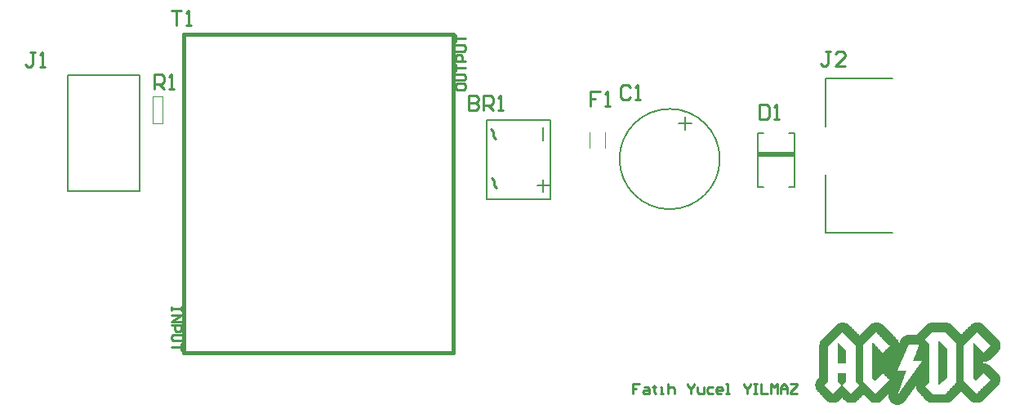
<source format=gto>
G04*
G04 #@! TF.GenerationSoftware,Altium Limited,Altium Designer,23.4.1 (23)*
G04*
G04 Layer_Color=65535*
%FSLAX44Y44*%
%MOMM*%
G71*
G04*
G04 #@! TF.SameCoordinates,78E2F5E2-7EE1-4383-969E-04B009F8C4C8*
G04*
G04*
G04 #@! TF.FilePolarity,Positive*
G04*
G01*
G75*
%ADD10C,0.2000*%
%ADD11C,0.0196*%
%ADD12C,0.4000*%
%ADD13C,0.1000*%
%ADD14C,0.2540*%
%ADD15R,3.8000X0.6001*%
D10*
X676586Y258318D02*
G03*
X676586Y258318I-52000J0D01*
G01*
X785940Y181698D02*
X855940D01*
X785940D02*
Y241698D01*
Y291698D02*
Y341698D01*
X855940D01*
X356Y344988D02*
X75356D01*
X356Y224988D02*
Y344988D01*
Y224988D02*
X32356D01*
X75356D01*
Y344988D01*
X500614Y216810D02*
Y298810D01*
X434614Y216810D02*
X500614D01*
X434614D02*
Y298810D01*
X500614D01*
X493614Y277810D02*
Y290810D01*
Y224310D02*
Y237310D01*
X487114Y230810D02*
X500114D01*
X640586Y288318D02*
Y302318D01*
X633586Y295318D02*
X647586D01*
X748076Y229048D02*
X754076D01*
Y285048D01*
X748076D02*
X754076D01*
X716076Y229048D02*
X722076D01*
X716076D02*
Y285048D01*
X722076D01*
D11*
X838385Y88886D02*
X838974D01*
X942610D02*
X943395D01*
X802466Y88690D02*
X804821D01*
X836618D02*
X840544D01*
X895895D02*
X911598D01*
X941236D02*
X944966D01*
X801484Y88494D02*
X805802D01*
X836030D02*
X841133D01*
X894914D02*
X912579D01*
X940451D02*
X945947D01*
X800699Y88298D02*
X806587D01*
X835244D02*
X841722D01*
X894325D02*
X913168D01*
X940059D02*
X946536D01*
X800306Y88101D02*
X806980D01*
X834852D02*
X842114D01*
X893736D02*
X913757D01*
X939470D02*
X946928D01*
X799914Y87905D02*
X807569D01*
X834459D02*
X842703D01*
X893147D02*
X914149D01*
X939077D02*
X947321D01*
X799325Y87709D02*
X807961D01*
X834067D02*
X843096D01*
X892755D02*
X914542D01*
X938685D02*
X947714D01*
X799129Y87512D02*
X808158D01*
X833870D02*
X843292D01*
X892362D02*
X914935D01*
X938488D02*
X947910D01*
X798736Y87316D02*
X808550D01*
X833478D02*
X843684D01*
X892166D02*
X915131D01*
X938096D02*
X948302D01*
X798540Y87120D02*
X808746D01*
X833282D02*
X843881D01*
X891970D02*
X915523D01*
X937899D02*
X948499D01*
X798147Y86924D02*
X809139D01*
X832889D02*
X844077D01*
X891577D02*
X915720D01*
X937507D02*
X948891D01*
X797951Y86727D02*
X809335D01*
X832693D02*
X844470D01*
X891381D02*
X916112D01*
X937311D02*
X949088D01*
X797755Y86531D02*
X809532D01*
X832496D02*
X844666D01*
X891185D02*
X916309D01*
X937114D02*
X949284D01*
X797558Y86335D02*
X809728D01*
X832300D02*
X844862D01*
X890792D02*
X916505D01*
X936918D02*
X949480D01*
X797362Y86138D02*
X810120D01*
X832104D02*
X845059D01*
X890596D02*
X916701D01*
X936722D02*
X949676D01*
X797166Y85942D02*
X810317D01*
X831908D02*
X845255D01*
X890399D02*
X916897D01*
X936525D02*
X949873D01*
X796970Y85746D02*
X810513D01*
X831711D02*
X845451D01*
X890203D02*
X917094D01*
X936329D02*
X950069D01*
X796773Y85550D02*
X810709D01*
X831515D02*
X845647D01*
X890007D02*
X917290D01*
X936133D02*
X950265D01*
X796577Y85353D02*
X810709D01*
X831319D02*
X845844D01*
X889811D02*
X917486D01*
X935937D02*
X950462D01*
X796381Y85157D02*
X811102D01*
X831123D02*
X846040D01*
X889614D02*
X917682D01*
X935740D02*
X950658D01*
X796184Y84961D02*
X811298D01*
X830926D02*
X846236D01*
X889418D02*
X917879D01*
X935544D02*
X950854D01*
X795988Y84764D02*
X811494D01*
X830730D02*
X846432D01*
X889222D02*
X918075D01*
X935348D02*
X951050D01*
X795792Y84568D02*
X811691D01*
X830534D02*
X846629D01*
X889025D02*
X918271D01*
X935152D02*
X951247D01*
X795596Y84372D02*
X811887D01*
X830337D02*
X846825D01*
X888829D02*
X918468D01*
X934955D02*
X951443D01*
X795399Y84176D02*
X812083D01*
X830141D02*
X847021D01*
X888633D02*
X918664D01*
X934759D02*
X951639D01*
X795203Y83979D02*
X812280D01*
X829945D02*
X847218D01*
X888437D02*
X918860D01*
X934563D02*
X951835D01*
X795007Y83783D02*
X812280D01*
X829749D02*
X847414D01*
X888240D02*
X919056D01*
X934367D02*
X952032D01*
X794810Y83587D02*
X812672D01*
X829552D02*
X847610D01*
X888044D02*
X919253D01*
X934170D02*
X952228D01*
X794614Y83391D02*
X812868D01*
X829356D02*
X847806D01*
X887848D02*
X919449D01*
X933974D02*
X952424D01*
X794418Y83194D02*
X813065D01*
X829160D02*
X848003D01*
X887652D02*
X919645D01*
X933778D02*
X952621D01*
X794222Y82998D02*
X813261D01*
X828963D02*
X848199D01*
X887455D02*
X919842D01*
X933581D02*
X952817D01*
X794025Y82802D02*
X813457D01*
X828767D02*
X848395D01*
X887259D02*
X920038D01*
X933385D02*
X953013D01*
X793829Y82605D02*
X813653D01*
X828571D02*
X848592D01*
X887063D02*
X920234D01*
X933189D02*
X953209D01*
X793633Y82409D02*
X813850D01*
X828375D02*
X848788D01*
X886866D02*
X920431D01*
X932992D02*
X953406D01*
X793437Y82213D02*
X813850D01*
X828178D02*
X848984D01*
X886670D02*
X920627D01*
X932796D02*
X953602D01*
X793240Y82016D02*
X814242D01*
X827982D02*
X849180D01*
X886474D02*
X920823D01*
X932600D02*
X953798D01*
X793044Y81820D02*
X814439D01*
X827786D02*
X849377D01*
X886278D02*
X921019D01*
X932404D02*
X953995D01*
X792848Y81624D02*
X814635D01*
X827589D02*
X849573D01*
X886081D02*
X921216D01*
X932207D02*
X954191D01*
X792651Y81428D02*
X814831D01*
X827393D02*
X849769D01*
X885885D02*
X921412D01*
X932011D02*
X954387D01*
X792455Y81231D02*
X815027D01*
X827197D02*
X849966D01*
X885689D02*
X921608D01*
X931815D02*
X954583D01*
X792063Y81035D02*
X815224D01*
X827001D02*
X850162D01*
X885492D02*
X921805D01*
X931618D02*
X954780D01*
X792063Y80839D02*
X815420D01*
X826804D02*
X850358D01*
X885296D02*
X922001D01*
X931422D02*
X954976D01*
X791866Y80642D02*
X815616D01*
X826608D02*
X850554D01*
X885100D02*
X922197D01*
X931226D02*
X955172D01*
X791474Y80446D02*
X815813D01*
X826412D02*
X850751D01*
X884904D02*
X922393D01*
X931030D02*
X955368D01*
X791474Y80250D02*
X816009D01*
X826216D02*
X850947D01*
X884707D02*
X922590D01*
X930833D02*
X955565D01*
X791081Y80054D02*
X816205D01*
X826019D02*
X851143D01*
X884511D02*
X922786D01*
X930637D02*
X955761D01*
X790885Y79857D02*
X816401D01*
X825823D02*
X851339D01*
X884315D02*
X922982D01*
X930441D02*
X942806D01*
X943003D02*
X955957D01*
X790689Y79661D02*
X803054D01*
X803447D02*
X816598D01*
X825627D02*
X837992D01*
X838385D02*
X851536D01*
X884118D02*
X896484D01*
X896877D02*
X897073D01*
X910028D02*
X923178D01*
X930245D02*
X942610D01*
X943199D02*
X956154D01*
X790492Y79465D02*
X802858D01*
X803839D02*
X816794D01*
X825430D02*
X837796D01*
X838581D02*
X851732D01*
X883922D02*
X896288D01*
X910224D02*
X923375D01*
X930048D02*
X942414D01*
X943395D02*
X956350D01*
X790296Y79269D02*
X802662D01*
X803839D02*
X816990D01*
X825234D02*
X837600D01*
X838974D02*
X851928D01*
X883726D02*
X896092D01*
X910420D02*
X923571D01*
X929852D02*
X942218D01*
X943592D02*
X956546D01*
X790296Y79072D02*
X802466D01*
X804232D02*
X817187D01*
X825038D02*
X837403D01*
X838974D02*
X852125D01*
X883530D02*
X895895D01*
X910813D02*
X923767D01*
X929656D02*
X942021D01*
X943788D02*
X956742D01*
X789903Y78876D02*
X802269D01*
X804428D02*
X817383D01*
X824842D02*
X837011D01*
X839170D02*
X852321D01*
X883333D02*
X895699D01*
X911009D02*
X923964D01*
X929459D02*
X941825D01*
X943984D02*
X956939D01*
X789707Y78680D02*
X802073D01*
X804625D02*
X817579D01*
X824645D02*
X836815D01*
X839366D02*
X852517D01*
X883137D02*
X895503D01*
X911205D02*
X924160D01*
X929263D02*
X941629D01*
X944181D02*
X957135D01*
X789511Y78484D02*
X801877D01*
X804821D02*
X817775D01*
X824449D02*
X836618D01*
X839563D02*
X852713D01*
X882941D02*
X895306D01*
X911205D02*
X924356D01*
X929067D02*
X941433D01*
X944377D02*
X957331D01*
X789315Y78287D02*
X801680D01*
X805017D02*
X817972D01*
X824253D02*
X836422D01*
X839759D02*
X852910D01*
X882745D02*
X895110D01*
X911402D02*
X924552D01*
X928871D02*
X941040D01*
X944573D02*
X957528D01*
X789118Y78091D02*
X801484D01*
X805213D02*
X818168D01*
X824056D02*
X836226D01*
X839955D02*
X853106D01*
X882548D02*
X894718D01*
X911598D02*
X924749D01*
X928674D02*
X941040D01*
X944769D02*
X957724D01*
X788922Y77895D02*
X801288D01*
X805410D02*
X818364D01*
X823860D02*
X836030D01*
X840152D02*
X853302D01*
X882352D02*
X894718D01*
X911794D02*
X924945D01*
X928478D02*
X940844D01*
X944966D02*
X957920D01*
X788726Y77698D02*
X801092D01*
X805410D02*
X818560D01*
X823664D02*
X835833D01*
X840348D02*
X853499D01*
X882156D02*
X894521D01*
X911990D02*
X925141D01*
X928282D02*
X940647D01*
X945162D02*
X958117D01*
X788530Y77502D02*
X800895D01*
X805802D02*
X818757D01*
X823467D02*
X835637D01*
X840544D02*
X853695D01*
X882156D02*
X894325D01*
X912187D02*
X925338D01*
X928085D02*
X940451D01*
X945358D02*
X958313D01*
X788333Y77306D02*
X800699D01*
X805999D02*
X818953D01*
X823271D02*
X835441D01*
X840740D02*
X853891D01*
X881959D02*
X893932D01*
X912579D02*
X925534D01*
X927889D02*
X940059D01*
X945555D02*
X958509D01*
X788137Y77109D02*
X800503D01*
X806195D02*
X819149D01*
X823075D02*
X835244D01*
X840937D02*
X854087D01*
X881763D02*
X893932D01*
X912579D02*
X925730D01*
X927693D02*
X940059D01*
X945751D02*
X958705D01*
X787941Y76913D02*
X800306D01*
X806391D02*
X819346D01*
X822879D02*
X835048D01*
X841133D02*
X854284D01*
X881567D02*
X893736D01*
X912775D02*
X925926D01*
X927497D02*
X939862D01*
X945947D02*
X958902D01*
X787744Y76717D02*
X800110D01*
X806587D02*
X819542D01*
X822682D02*
X834852D01*
X841329D02*
X854480D01*
X881567D02*
X893540D01*
X912972D02*
X926123D01*
X927300D02*
X939470D01*
X945947D02*
X959098D01*
X787548Y76521D02*
X799914D01*
X806784D02*
X819738D01*
X822486D02*
X834656D01*
X841525D02*
X854676D01*
X881370D02*
X893147D01*
X913168D02*
X926319D01*
X927104D02*
X939470D01*
X946340D02*
X959294D01*
X787352Y76324D02*
X799717D01*
X806980D02*
X819934D01*
X822290D02*
X834459D01*
X841722D02*
X854873D01*
X881174D02*
X893147D01*
X913364D02*
X926319D01*
X926908D02*
X939274D01*
X946536D02*
X959491D01*
X787156Y76128D02*
X799521D01*
X806980D02*
X820131D01*
X822094D02*
X834263D01*
X841918D02*
X855069D01*
X881174D02*
X892951D01*
X913561D02*
X939077D01*
X946536D02*
X959687D01*
X786959Y75932D02*
X799325D01*
X807373D02*
X820327D01*
X821897D02*
X834067D01*
X842114D02*
X855265D01*
X871949D02*
X892755D01*
X913757D02*
X938685D01*
X946928D02*
X959883D01*
X786763Y75736D02*
X799129D01*
X807569D02*
X820523D01*
X821701D02*
X833870D01*
X842310D02*
X855461D01*
X870379D02*
X892362D01*
X913953D02*
X938488D01*
X947125D02*
X960079D01*
X786567Y75539D02*
X798932D01*
X807765D02*
X820720D01*
X821505D02*
X833674D01*
X842507D02*
X855461D01*
X869594D02*
X892362D01*
X914149D02*
X938488D01*
X947321D02*
X960276D01*
X786370Y75343D02*
X798736D01*
X807765D02*
X820916D01*
X821308D02*
X833478D01*
X842703D02*
X855658D01*
X869005D02*
X892166D01*
X914346D02*
X938292D01*
X947321D02*
X960472D01*
X786174Y75147D02*
X798540D01*
X807961D02*
X833282D01*
X842899D02*
X855854D01*
X868416D02*
X891970D01*
X914542D02*
X937899D01*
X947517D02*
X960668D01*
X785978Y74950D02*
X798344D01*
X808354D02*
X833085D01*
X843096D02*
X856050D01*
X868220D02*
X891773D01*
X914738D02*
X937899D01*
X947714D02*
X960864D01*
X785781Y74754D02*
X798147D01*
X808550D02*
X832889D01*
X843292D02*
X856246D01*
X867827D02*
X891577D01*
X914935D02*
X937703D01*
X947910D02*
X961061D01*
X785585Y74558D02*
X797951D01*
X808550D02*
X832693D01*
X843488D02*
X856443D01*
X867434D02*
X891381D01*
X915131D02*
X937507D01*
X948106D02*
X961257D01*
X785389Y74362D02*
X797755D01*
X808943D02*
X832496D01*
X843684D02*
X856639D01*
X867238D02*
X891185D01*
X915327D02*
X937311D01*
X948302D02*
X961257D01*
X785193Y74165D02*
X797558D01*
X809139D02*
X832300D01*
X843881D02*
X856835D01*
X866846D02*
X890792D01*
X915523D02*
X936918D01*
X948695D02*
X961453D01*
X784996Y73969D02*
X797362D01*
X809139D02*
X832104D01*
X844077D02*
X857032D01*
X866649D02*
X890792D01*
X915720D02*
X936722D01*
X948695D02*
X961649D01*
X784800Y73773D02*
X797166D01*
X809335D02*
X831908D01*
X844273D02*
X857228D01*
X866453D02*
X890596D01*
X915916D02*
X936525D01*
X948891D02*
X961846D01*
X784604Y73576D02*
X796970D01*
X809532D02*
X831711D01*
X844470D02*
X857424D01*
X866061D02*
X890399D01*
X916112D02*
X936329D01*
X949088D02*
X962042D01*
X784408Y73380D02*
X796773D01*
X809924D02*
X831515D01*
X844666D02*
X857620D01*
X865864D02*
X890203D01*
X916309D02*
X936329D01*
X949284D02*
X962238D01*
X784211Y73184D02*
X796577D01*
X810120D02*
X831319D01*
X844862D02*
X857817D01*
X865668D02*
X890007D01*
X916505D02*
X935937D01*
X949480D02*
X962435D01*
X784015Y72988D02*
X796381D01*
X810120D02*
X831123D01*
X845059D02*
X858013D01*
X865668D02*
X889811D01*
X916701D02*
X935740D01*
X949676D02*
X962631D01*
X783819Y72791D02*
X796184D01*
X810317D02*
X830926D01*
X845255D02*
X858209D01*
X865472D02*
X889614D01*
X916897D02*
X935740D01*
X949873D02*
X962827D01*
X783622Y72595D02*
X795988D01*
X810709D02*
X830730D01*
X845451D02*
X858406D01*
X865275D02*
X889418D01*
X917094D02*
X935348D01*
X950069D02*
X963024D01*
X783426Y72399D02*
X795792D01*
X810709D02*
X830534D01*
X845647D02*
X858602D01*
X865079D02*
X889222D01*
X917290D02*
X935152D01*
X950265D02*
X963220D01*
X783230Y72202D02*
X795596D01*
X810906D02*
X830337D01*
X845844D02*
X858798D01*
X864883D02*
X889025D01*
X917486D02*
X935152D01*
X950462D02*
X963416D01*
X783034Y72006D02*
X795399D01*
X811298D02*
X830141D01*
X846040D02*
X858994D01*
X864883D02*
X888829D01*
X917682D02*
X934759D01*
X950658D02*
X963612D01*
X782837Y71810D02*
X795203D01*
X811494D02*
X829945D01*
X846236D02*
X859191D01*
X864687D02*
X888633D01*
X917879D02*
X934759D01*
X950854D02*
X963809D01*
X782641Y71614D02*
X795007D01*
X811691D02*
X829749D01*
X846432D02*
X859387D01*
X864490D02*
X888437D01*
X918075D02*
X934367D01*
X951050D02*
X964005D01*
X782445Y71417D02*
X794810D01*
X811691D02*
X829552D01*
X846629D02*
X859583D01*
X864490D02*
X888240D01*
X918271D02*
X934367D01*
X951247D02*
X964201D01*
X782249Y71221D02*
X794614D01*
X811887D02*
X829356D01*
X846825D02*
X859780D01*
X864294D02*
X888437D01*
X918468D02*
X934170D01*
X951443D02*
X964398D01*
X782052Y71025D02*
X794418D01*
X812280D02*
X829160D01*
X847021D02*
X859976D01*
X864294D02*
X888633D01*
X918664D02*
X933778D01*
X951639D02*
X964594D01*
X781856Y70828D02*
X794222D01*
X812476D02*
X828963D01*
X847218D02*
X860172D01*
X864098D02*
X888829D01*
X918860D02*
X933581D01*
X951835D02*
X964790D01*
X781660Y70632D02*
X794025D01*
X812476D02*
X828767D01*
X847414D02*
X860368D01*
X864098D02*
X889025D01*
X919056D02*
X933581D01*
X952032D02*
X964986D01*
X781660Y70436D02*
X793829D01*
X812868D02*
X828571D01*
X847610D02*
X860368D01*
X863902D02*
X889222D01*
X919253D02*
X933385D01*
X952228D02*
X964986D01*
X781463Y70240D02*
X793633D01*
X813065D02*
X828375D01*
X847806D02*
X860565D01*
X863902D02*
X889418D01*
X919449D02*
X933189D01*
X952424D02*
X965183D01*
X781267Y70043D02*
X793437D01*
X813261D02*
X828178D01*
X848003D02*
X860761D01*
X863902D02*
X889614D01*
X919645D02*
X932992D01*
X952621D02*
X965379D01*
X781071Y69847D02*
X793240D01*
X813457D02*
X827982D01*
X848199D02*
X860761D01*
X863705D02*
X889811D01*
X919842D02*
X932600D01*
X952817D02*
X965379D01*
X781071Y69651D02*
X793044D01*
X813653D02*
X827786D01*
X848395D02*
X860957D01*
X863705D02*
X890007D01*
X920038D02*
X932600D01*
X953013D02*
X965575D01*
X780874Y69454D02*
X792848D01*
X813850D02*
X827589D01*
X848592D02*
X860957D01*
X863509D02*
X890203D01*
X903158D02*
X903354D01*
X920234D02*
X932207D01*
X953209D02*
X965771D01*
X780874Y69258D02*
X792651D01*
X813850D02*
X827393D01*
X848788D02*
X861153D01*
X863509D02*
X890399D01*
X903158D02*
X903550D01*
X920431D02*
X932011D01*
X953602D02*
X965771D01*
X780678Y69062D02*
X792455D01*
X814046D02*
X827197D01*
X848984D02*
X861153D01*
X863313D02*
X890596D01*
X903158D02*
X903747D01*
X920627D02*
X932011D01*
X953602D02*
X965968D01*
X780678Y68866D02*
X792259D01*
X814242D02*
X827001D01*
X849180D02*
X861350D01*
X863313D02*
X890792D01*
X903158D02*
X903943D01*
X920823D02*
X931618D01*
X953798D02*
X965968D01*
X780482Y68669D02*
X791866D01*
X814635D02*
X826804D01*
X849377D02*
X861350D01*
X863313D02*
X890988D01*
X903158D02*
X904139D01*
X921019D02*
X931618D01*
X953995D02*
X965968D01*
X780482Y68473D02*
X791866D01*
X814831D02*
X826608D01*
X849573D02*
X861546D01*
X863116D02*
X891185D01*
X903158D02*
X904335D01*
X921216D02*
X931422D01*
X954191D02*
X966164D01*
X780286Y68277D02*
X791670D01*
X814831D02*
X826412D01*
X849769D02*
X861546D01*
X863116D02*
X891381D01*
X903158D02*
X904532D01*
X921412D02*
X931226D01*
X954387D02*
X966164D01*
X780286Y68081D02*
X791474D01*
X815224D02*
X826216D01*
X849966D02*
X861742D01*
X862920D02*
X891577D01*
X903158D02*
X904728D01*
X921608D02*
X931030D01*
X954583D02*
X966360D01*
X780286Y67884D02*
X791277D01*
X815420D02*
X826019D01*
X850162D02*
X861742D01*
X862920D02*
X891773D01*
X903158D02*
X904924D01*
X921805D02*
X930637D01*
X954780D02*
X966360D01*
X780089Y67688D02*
X790885D01*
X815616D02*
X825823D01*
X850358D02*
X861742D01*
X862724D02*
X891970D01*
X903158D02*
X905317D01*
X922001D02*
X930441D01*
X954976D02*
X966360D01*
X780089Y67492D02*
X790689D01*
X798540D02*
X798932D01*
X815616D02*
X825627D01*
X834459D02*
X834852D01*
X850554D02*
X861742D01*
X862724D02*
X892166D01*
X903158D02*
X905513D01*
X922001D02*
X930245D01*
X939274D02*
X939470D01*
X955172D02*
X966360D01*
X780089Y67295D02*
X790492D01*
X798540D02*
X799129D01*
X816009D02*
X825430D01*
X834459D02*
X835048D01*
X850751D02*
X861939D01*
X862527D02*
X892362D01*
X903158D02*
X905709D01*
X922001D02*
X930048D01*
X939077D02*
X939666D01*
X955368D02*
X966557D01*
X780089Y67099D02*
X790296D01*
X798540D02*
X799325D01*
X816205D02*
X825234D01*
X834459D02*
X835244D01*
X850947D02*
X861939D01*
X862527D02*
X892559D01*
X903158D02*
X905906D01*
X922001D02*
X930048D01*
X939274D02*
X939862D01*
X955565D02*
X966557D01*
X779893Y66903D02*
X790100D01*
X798540D02*
X799521D01*
X816401D02*
X825038D01*
X834459D02*
X835441D01*
X851143D02*
X861939D01*
X862527D02*
X871753D01*
X883530D02*
X892755D01*
X903158D02*
X906102D01*
X922001D02*
X929656D01*
X939274D02*
X940059D01*
X955761D02*
X966557D01*
X779893Y66707D02*
X789903D01*
X798540D02*
X799717D01*
X816401D02*
X824842D01*
X834459D02*
X835637D01*
X851339D02*
X861939D01*
X862331D02*
X871753D01*
X883530D02*
X892755D01*
X903158D02*
X906298D01*
X922001D02*
X929459D01*
X939274D02*
X940255D01*
X955957D02*
X966557D01*
X779893Y66510D02*
X789903D01*
X798540D02*
X799717D01*
X816794D02*
X824645D01*
X834459D02*
X835833D01*
X851536D02*
X861939D01*
X862331D02*
X871556D01*
X883530D02*
X892755D01*
X903158D02*
X906495D01*
X922001D02*
X929459D01*
X939274D02*
X940255D01*
X956154D02*
X966557D01*
X779893Y66314D02*
X789511D01*
X798540D02*
X800110D01*
X816990D02*
X824449D01*
X834459D02*
X836030D01*
X851732D02*
X871556D01*
X883333D02*
X892755D01*
X903158D02*
X906691D01*
X922001D02*
X929067D01*
X939274D02*
X940647D01*
X956350D02*
X966753D01*
X779893Y66118D02*
X789315D01*
X798540D02*
X800110D01*
X816990D02*
X824253D01*
X834459D02*
X836226D01*
X851928D02*
X871360D01*
X883333D02*
X892755D01*
X903158D02*
X906887D01*
X922001D02*
X929067D01*
X939274D02*
X940844D01*
X956546D02*
X966753D01*
X779893Y65922D02*
X789118D01*
X798540D02*
X800503D01*
X817383D02*
X824056D01*
X834459D02*
X836422D01*
X852125D02*
X871360D01*
X883333D02*
X892755D01*
X903158D02*
X907083D01*
X922001D02*
X928674D01*
X939274D02*
X941040D01*
X956742D02*
X966753D01*
X779697Y65725D02*
X788922D01*
X798540D02*
X800699D01*
X817383D02*
X824056D01*
X834459D02*
X836618D01*
X852321D02*
X871164D01*
X883137D02*
X892755D01*
X903158D02*
X907280D01*
X922001D02*
X928674D01*
X939274D02*
X941236D01*
X956939D02*
X966753D01*
X779697Y65529D02*
X788726D01*
X798540D02*
X800895D01*
X817383D02*
X824056D01*
X834459D02*
X836815D01*
X852517D02*
X871164D01*
X883137D02*
X892755D01*
X903158D02*
X907476D01*
X922001D02*
X928478D01*
X939274D02*
X941433D01*
X957135D02*
X966753D01*
X779697Y65333D02*
X788530D01*
X798540D02*
X801092D01*
X817383D02*
X824056D01*
X834459D02*
X837011D01*
X852713D02*
X871164D01*
X883137D02*
X892755D01*
X903158D02*
X907672D01*
X922001D02*
X928478D01*
X939274D02*
X941629D01*
X957331D02*
X966753D01*
X779697Y65136D02*
X788333D01*
X798540D02*
X801288D01*
X817383D02*
X824056D01*
X834459D02*
X837207D01*
X852910D02*
X870968D01*
X882941D02*
X892755D01*
X903158D02*
X907868D01*
X922001D02*
X928674D01*
X939274D02*
X941825D01*
X957528D02*
X966753D01*
X779697Y64940D02*
X788137D01*
X798540D02*
X801288D01*
X817383D02*
X824056D01*
X834459D02*
X837207D01*
X853106D02*
X870968D01*
X882941D02*
X892755D01*
X903158D02*
X908065D01*
X922001D02*
X928674D01*
X939274D02*
X942021D01*
X957724D02*
X966753D01*
X779697Y64744D02*
X787941D01*
X798540D02*
X801680D01*
X817383D02*
X824056D01*
X834459D02*
X837403D01*
X852910D02*
X870771D01*
X882941D02*
X892755D01*
X903158D02*
X908261D01*
X922001D02*
X928674D01*
X939274D02*
X942218D01*
X957528D02*
X966753D01*
X779697Y64548D02*
X787941D01*
X798540D02*
X801877D01*
X817383D02*
X824056D01*
X834459D02*
X837796D01*
X852713D02*
X870771D01*
X882745D02*
X892755D01*
X903158D02*
X908457D01*
X922001D02*
X928674D01*
X939274D02*
X942414D01*
X957331D02*
X966753D01*
X779697Y64351D02*
X787941D01*
X798540D02*
X802073D01*
X817383D02*
X824056D01*
X834459D02*
X837992D01*
X852517D02*
X870575D01*
X882745D02*
X892755D01*
X903158D02*
X908654D01*
X922001D02*
X928674D01*
X939274D02*
X942610D01*
X957135D02*
X966753D01*
X779697Y64155D02*
X787941D01*
X798540D02*
X802269D01*
X817383D02*
X824056D01*
X834459D02*
X838189D01*
X852321D02*
X870575D01*
X882548D02*
X892755D01*
X903158D02*
X908850D01*
X922001D02*
X928674D01*
X939274D02*
X942610D01*
X956939D02*
X966753D01*
X779697Y63959D02*
X787941D01*
X798540D02*
X802466D01*
X817383D02*
X824056D01*
X834459D02*
X838385D01*
X852125D02*
X870379D01*
X882548D02*
X892755D01*
X903158D02*
X909046D01*
X922001D02*
X928674D01*
X939274D02*
X942806D01*
X956742D02*
X966753D01*
X779697Y63762D02*
X787941D01*
X798540D02*
X802662D01*
X817383D02*
X824056D01*
X834459D02*
X838581D01*
X851928D02*
X870379D01*
X882548D02*
X892755D01*
X903158D02*
X909242D01*
X922001D02*
X928674D01*
X939274D02*
X943003D01*
X956546D02*
X966557D01*
X779697Y63566D02*
X787941D01*
X798540D02*
X802858D01*
X817383D02*
X824056D01*
X834459D02*
X838777D01*
X851732D02*
X870182D01*
X882352D02*
X892755D01*
X903158D02*
X909635D01*
X922001D02*
X928674D01*
X939274D02*
X943199D01*
X956350D02*
X966557D01*
X779697Y63370D02*
X787941D01*
X798540D02*
X802858D01*
X817383D02*
X824056D01*
X834459D02*
X838777D01*
X851536D02*
X870182D01*
X882352D02*
X892755D01*
X903158D02*
X909635D01*
X922001D02*
X928674D01*
X939274D02*
X943395D01*
X956154D02*
X966557D01*
X779697Y63173D02*
X787941D01*
X798540D02*
X803251D01*
X817383D02*
X824056D01*
X834459D02*
X838974D01*
X851339D02*
X870182D01*
X882156D02*
X892755D01*
X903158D02*
X909831D01*
X922001D02*
X928674D01*
X939274D02*
X943592D01*
X955957D02*
X966557D01*
X779697Y62977D02*
X787941D01*
X798540D02*
X803447D01*
X817383D02*
X824056D01*
X834459D02*
X839366D01*
X851143D02*
X870182D01*
X882156D02*
X892755D01*
X903158D02*
X910028D01*
X922001D02*
X928674D01*
X939274D02*
X943788D01*
X955761D02*
X966557D01*
X779697Y62781D02*
X787941D01*
X798540D02*
X803643D01*
X817383D02*
X824056D01*
X834459D02*
X839366D01*
X850947D02*
X869986D01*
X882156D02*
X892755D01*
X903158D02*
X910224D01*
X922001D02*
X928674D01*
X939274D02*
X943984D01*
X955565D02*
X966360D01*
X779697Y62585D02*
X787941D01*
X798540D02*
X803839D01*
X817383D02*
X824056D01*
X834459D02*
X839563D01*
X850751D02*
X869790D01*
X881959D02*
X892755D01*
X903158D02*
X910420D01*
X922001D02*
X928674D01*
X939274D02*
X944181D01*
X955368D02*
X966360D01*
X779697Y62388D02*
X787941D01*
X798540D02*
X804036D01*
X817383D02*
X824056D01*
X834459D02*
X839759D01*
X850554D02*
X869790D01*
X881959D02*
X892755D01*
X903158D02*
X910616D01*
X922001D02*
X928674D01*
X939274D02*
X944377D01*
X955172D02*
X966164D01*
X779697Y62192D02*
X787941D01*
X798540D02*
X804232D01*
X817383D02*
X824056D01*
X834459D02*
X839955D01*
X850358D02*
X869790D01*
X881959D02*
X892755D01*
X903158D02*
X911009D01*
X922001D02*
X928674D01*
X939274D02*
X944573D01*
X954976D02*
X966164D01*
X779697Y61996D02*
X787941D01*
X798540D02*
X804428D01*
X817383D02*
X824056D01*
X834459D02*
X840348D01*
X850162D02*
X869594D01*
X881763D02*
X892755D01*
X903158D02*
X911205D01*
X922001D02*
X928674D01*
X939274D02*
X944769D01*
X954780D02*
X966164D01*
X779697Y61800D02*
X787941D01*
X798540D02*
X804428D01*
X817383D02*
X824056D01*
X834459D02*
X840348D01*
X849966D02*
X869594D01*
X881763D02*
X892755D01*
X903158D02*
X911205D01*
X922001D02*
X928674D01*
X939274D02*
X944966D01*
X954583D02*
X966164D01*
X779697Y61603D02*
X787941D01*
X798540D02*
X804821D01*
X817383D02*
X824056D01*
X834459D02*
X840544D01*
X849769D02*
X869397D01*
X881763D02*
X892755D01*
X903158D02*
X911402D01*
X922001D02*
X928674D01*
X939274D02*
X945162D01*
X954387D02*
X965968D01*
X779697Y61407D02*
X787941D01*
X798540D02*
X805017D01*
X817383D02*
X824056D01*
X834459D02*
X840740D01*
X849573D02*
X869397D01*
X881567D02*
X892755D01*
X903158D02*
X911402D01*
X922001D02*
X928674D01*
X939274D02*
X945358D01*
X954191D02*
X965968D01*
X779697Y61211D02*
X787941D01*
X798540D02*
X805213D01*
X817383D02*
X824056D01*
X834459D02*
X840937D01*
X849377D02*
X869201D01*
X881567D02*
X892755D01*
X903158D02*
X911402D01*
X922001D02*
X928674D01*
X939274D02*
X945555D01*
X953995D02*
X965771D01*
X779697Y61014D02*
X787941D01*
X798540D02*
X805410D01*
X817383D02*
X824056D01*
X834459D02*
X841133D01*
X849180D02*
X869201D01*
X881370D02*
X892755D01*
X903158D02*
X911402D01*
X922001D02*
X928674D01*
X939274D02*
X945751D01*
X953798D02*
X965771D01*
X779697Y60818D02*
X787941D01*
X798540D02*
X805606D01*
X817383D02*
X824056D01*
X834459D02*
X841329D01*
X848984D02*
X869201D01*
X881370D02*
X892755D01*
X903158D02*
X911402D01*
X922001D02*
X928674D01*
X939274D02*
X945947D01*
X953602D02*
X965575D01*
X779697Y60622D02*
X787941D01*
X798540D02*
X805802D01*
X817383D02*
X824056D01*
X834459D02*
X841525D01*
X848788D02*
X869005D01*
X881370D02*
X892755D01*
X903158D02*
X911402D01*
X922001D02*
X928674D01*
X939274D02*
X946143D01*
X953406D02*
X965379D01*
X779697Y60426D02*
X787941D01*
X798540D02*
X805999D01*
X817383D02*
X824056D01*
X834459D02*
X841722D01*
X848395D02*
X869005D01*
X881174D02*
X892755D01*
X903158D02*
X911402D01*
X922001D02*
X928674D01*
X939274D02*
X946340D01*
X953209D02*
X965379D01*
X779697Y60229D02*
X787941D01*
X798540D02*
X805999D01*
X817383D02*
X824056D01*
X834459D02*
X841918D01*
X848395D02*
X868809D01*
X881174D02*
X892755D01*
X903158D02*
X911402D01*
X922001D02*
X928674D01*
X939274D02*
X946536D01*
X953013D02*
X965183D01*
X779697Y60033D02*
X787941D01*
X798540D02*
X806391D01*
X817383D02*
X824056D01*
X834459D02*
X842114D01*
X848003D02*
X868809D01*
X880978D02*
X892755D01*
X903158D02*
X911402D01*
X922001D02*
X928674D01*
X939274D02*
X946732D01*
X952817D02*
X965183D01*
X779697Y59837D02*
X787941D01*
X798540D02*
X806587D01*
X817383D02*
X824056D01*
X834459D02*
X842310D01*
X848003D02*
X868612D01*
X880978D02*
X892755D01*
X903158D02*
X911402D01*
X922001D02*
X928674D01*
X939274D02*
X946928D01*
X952621D02*
X964986D01*
X779697Y59640D02*
X787941D01*
X798540D02*
X806784D01*
X817383D02*
X824056D01*
X834459D02*
X842507D01*
X847806D02*
X868612D01*
X880978D02*
X892755D01*
X903158D02*
X911402D01*
X922001D02*
X928674D01*
X939274D02*
X947125D01*
X952424D02*
X964790D01*
X779697Y59444D02*
X787941D01*
X798540D02*
X806784D01*
X817383D02*
X824056D01*
X834459D02*
X842703D01*
X847610D02*
X868612D01*
X880782D02*
X892755D01*
X903158D02*
X911402D01*
X922001D02*
X928674D01*
X939274D02*
X947321D01*
X952228D02*
X964594D01*
X779697Y59248D02*
X787941D01*
X798540D02*
X806784D01*
X817383D02*
X824056D01*
X834459D02*
X842899D01*
X847218D02*
X868416D01*
X880782D02*
X892755D01*
X903158D02*
X911402D01*
X922001D02*
X928674D01*
X939274D02*
X947517D01*
X952032D02*
X964398D01*
X779697Y59052D02*
X787941D01*
X798540D02*
X806784D01*
X817383D02*
X824056D01*
X834459D02*
X843096D01*
X847021D02*
X868416D01*
X880782D02*
X892755D01*
X903158D02*
X911402D01*
X922001D02*
X928674D01*
X939274D02*
X947714D01*
X951835D02*
X964398D01*
X779697Y58855D02*
X787941D01*
X798540D02*
X806784D01*
X817383D02*
X824056D01*
X834459D02*
X843292D01*
X846825D02*
X868220D01*
X880585D02*
X892755D01*
X903158D02*
X911402D01*
X922001D02*
X928674D01*
X939274D02*
X947910D01*
X951639D02*
X964005D01*
X779697Y58659D02*
X787941D01*
X798540D02*
X806784D01*
X817383D02*
X824056D01*
X834459D02*
X843488D01*
X846825D02*
X868220D01*
X880585D02*
X892755D01*
X903158D02*
X911402D01*
X922001D02*
X928674D01*
X939274D02*
X948106D01*
X951443D02*
X964005D01*
X779697Y58463D02*
X787941D01*
X798540D02*
X806784D01*
X817383D02*
X824056D01*
X834459D02*
X843684D01*
X846629D02*
X868023D01*
X880389D02*
X892755D01*
X903158D02*
X911402D01*
X922001D02*
X928674D01*
X939274D02*
X948302D01*
X951247D02*
X963612D01*
X779697Y58267D02*
X787941D01*
X798540D02*
X806784D01*
X817383D02*
X824056D01*
X834459D02*
X843881D01*
X846236D02*
X868023D01*
X880389D02*
X892755D01*
X903158D02*
X911402D01*
X922001D02*
X928674D01*
X939274D02*
X948499D01*
X951050D02*
X963612D01*
X779697Y58070D02*
X787941D01*
X798540D02*
X806784D01*
X817383D02*
X824056D01*
X834459D02*
X844077D01*
X846040D02*
X867827D01*
X880389D02*
X892755D01*
X903158D02*
X911402D01*
X922001D02*
X928674D01*
X939274D02*
X948695D01*
X950854D02*
X963416D01*
X779697Y57874D02*
X787941D01*
X798540D02*
X806784D01*
X817383D02*
X824056D01*
X834459D02*
X844273D01*
X845844D02*
X867827D01*
X880389D02*
X892755D01*
X903158D02*
X911402D01*
X922001D02*
X928674D01*
X939274D02*
X948891D01*
X950658D02*
X963024D01*
X779697Y57678D02*
X787941D01*
X798540D02*
X806784D01*
X817383D02*
X824056D01*
X834459D02*
X844470D01*
X845647D02*
X867827D01*
X880193D02*
X892755D01*
X903158D02*
X911402D01*
X922001D02*
X928674D01*
X939274D02*
X949088D01*
X950462D02*
X962827D01*
X779697Y57481D02*
X787941D01*
X798540D02*
X806784D01*
X817383D02*
X824056D01*
X834459D02*
X844666D01*
X845451D02*
X867631D01*
X880193D02*
X892755D01*
X903158D02*
X911402D01*
X922001D02*
X928674D01*
X939274D02*
X949284D01*
X950265D02*
X962631D01*
X779697Y57285D02*
X787941D01*
X798540D02*
X806784D01*
X817383D02*
X824056D01*
X834459D02*
X844862D01*
X845255D02*
X867631D01*
X879996D02*
X892755D01*
X903158D02*
X911402D01*
X922001D02*
X928674D01*
X939274D02*
X949480D01*
X949873D02*
X962435D01*
X779697Y57089D02*
X787941D01*
X798540D02*
X806784D01*
X817383D02*
X824056D01*
X834459D02*
X867434D01*
X879996D02*
X892755D01*
X903158D02*
X911402D01*
X922001D02*
X928674D01*
X939274D02*
X962238D01*
X779697Y56892D02*
X787941D01*
X798540D02*
X806784D01*
X817383D02*
X824056D01*
X834459D02*
X867434D01*
X879996D02*
X892755D01*
X903158D02*
X911402D01*
X922001D02*
X928674D01*
X939274D02*
X962042D01*
X779697Y56696D02*
X787941D01*
X798540D02*
X806784D01*
X817383D02*
X824056D01*
X834459D02*
X867238D01*
X879800D02*
X892755D01*
X903158D02*
X911402D01*
X922001D02*
X928674D01*
X939274D02*
X961846D01*
X779697Y56500D02*
X787941D01*
X798540D02*
X806784D01*
X817383D02*
X824056D01*
X834459D02*
X867238D01*
X879800D02*
X892755D01*
X903158D02*
X911402D01*
X922001D02*
X928674D01*
X939274D02*
X961649D01*
X779697Y56304D02*
X787941D01*
X798540D02*
X806784D01*
X817383D02*
X824056D01*
X834459D02*
X867042D01*
X879800D02*
X892755D01*
X903158D02*
X911402D01*
X922001D02*
X928674D01*
X939274D02*
X961453D01*
X779697Y56107D02*
X787941D01*
X798540D02*
X806784D01*
X817383D02*
X824056D01*
X834459D02*
X867042D01*
X879604D02*
X892755D01*
X903158D02*
X911402D01*
X922001D02*
X928674D01*
X939274D02*
X961257D01*
X779697Y55911D02*
X787941D01*
X798540D02*
X806784D01*
X817383D02*
X824056D01*
X834459D02*
X867042D01*
X879604D02*
X892755D01*
X903158D02*
X911402D01*
X922001D02*
X928674D01*
X939274D02*
X961061D01*
X779697Y55715D02*
X787941D01*
X798540D02*
X806784D01*
X817383D02*
X824056D01*
X834459D02*
X866846D01*
X879408D02*
X892755D01*
X903158D02*
X911402D01*
X922001D02*
X928674D01*
X939274D02*
X960864D01*
X779697Y55519D02*
X787941D01*
X798540D02*
X806784D01*
X817383D02*
X824056D01*
X834459D02*
X866846D01*
X879408D02*
X892755D01*
X903158D02*
X911402D01*
X922001D02*
X928674D01*
X939274D02*
X960668D01*
X779697Y55322D02*
X787941D01*
X798540D02*
X806784D01*
X817383D02*
X824056D01*
X834459D02*
X866649D01*
X879408D02*
X892755D01*
X903158D02*
X911402D01*
X922001D02*
X928674D01*
X939274D02*
X960472D01*
X779697Y55126D02*
X787941D01*
X798540D02*
X806784D01*
X817383D02*
X824056D01*
X834459D02*
X866649D01*
X879211D02*
X892755D01*
X903158D02*
X911402D01*
X922001D02*
X928674D01*
X939274D02*
X960276D01*
X779697Y54930D02*
X787941D01*
X798540D02*
X806784D01*
X817383D02*
X824056D01*
X834459D02*
X866453D01*
X879211D02*
X892755D01*
X903158D02*
X911402D01*
X922001D02*
X928674D01*
X939274D02*
X960079D01*
X779697Y54733D02*
X787941D01*
X798540D02*
X806784D01*
X817383D02*
X824056D01*
X834459D02*
X866453D01*
X879211D02*
X892755D01*
X903158D02*
X911402D01*
X922001D02*
X928674D01*
X939274D02*
X959883D01*
X779697Y54537D02*
X787941D01*
X798540D02*
X806784D01*
X817383D02*
X824056D01*
X834459D02*
X866453D01*
X879015D02*
X892755D01*
X903158D02*
X911402D01*
X922001D02*
X928674D01*
X939274D02*
X959687D01*
X779697Y54341D02*
X787941D01*
X798540D02*
X806784D01*
X817383D02*
X824056D01*
X834459D02*
X866257D01*
X879015D02*
X892755D01*
X903158D02*
X911402D01*
X922001D02*
X928674D01*
X939274D02*
X959491D01*
X779697Y54145D02*
X787941D01*
X798540D02*
X806784D01*
X817383D02*
X824056D01*
X834459D02*
X866257D01*
X878819D02*
X892755D01*
X903158D02*
X911402D01*
X922001D02*
X928674D01*
X939274D02*
X959294D01*
X779697Y53948D02*
X787941D01*
X798540D02*
X806784D01*
X817383D02*
X824056D01*
X834459D02*
X866061D01*
X878819D02*
X892755D01*
X903158D02*
X911402D01*
X922001D02*
X928674D01*
X939274D02*
X959098D01*
X779697Y53752D02*
X787941D01*
X798540D02*
X806784D01*
X817383D02*
X824056D01*
X834459D02*
X866061D01*
X878819D02*
X892755D01*
X903158D02*
X911402D01*
X922001D02*
X928674D01*
X939274D02*
X958902D01*
X779697Y53556D02*
X787941D01*
X798540D02*
X806784D01*
X817383D02*
X824056D01*
X834459D02*
X866061D01*
X878623D02*
X892755D01*
X903158D02*
X911402D01*
X922001D02*
X928674D01*
X939274D02*
X958705D01*
X779697Y53359D02*
X787941D01*
X798540D02*
X806784D01*
X817383D02*
X824056D01*
X834459D02*
X865864D01*
X878623D02*
X892755D01*
X903158D02*
X911402D01*
X922001D02*
X928674D01*
X939274D02*
X958509D01*
X779697Y53163D02*
X787941D01*
X798540D02*
X806784D01*
X817383D02*
X824056D01*
X834459D02*
X865668D01*
X878623D02*
X892755D01*
X903158D02*
X911402D01*
X922001D02*
X928674D01*
X939274D02*
X958313D01*
X779697Y52967D02*
X787941D01*
X798540D02*
X806784D01*
X817383D02*
X824056D01*
X834459D02*
X865668D01*
X878426D02*
X892755D01*
X903158D02*
X911402D01*
X922001D02*
X928674D01*
X939274D02*
X958117D01*
X779697Y52771D02*
X787941D01*
X798540D02*
X806784D01*
X817383D02*
X824056D01*
X834459D02*
X865668D01*
X878426D02*
X892755D01*
X903158D02*
X911402D01*
X922001D02*
X928674D01*
X939274D02*
X957920D01*
X779697Y52574D02*
X787941D01*
X798540D02*
X806784D01*
X817383D02*
X824056D01*
X834459D02*
X865472D01*
X878426D02*
X892755D01*
X903158D02*
X911402D01*
X922001D02*
X928674D01*
X939274D02*
X957724D01*
X779697Y52378D02*
X787941D01*
X798540D02*
X806784D01*
X817383D02*
X824056D01*
X834459D02*
X865472D01*
X878230D02*
X892755D01*
X903158D02*
X911402D01*
X922001D02*
X928674D01*
X939274D02*
X957528D01*
X779697Y52182D02*
X787941D01*
X798540D02*
X806784D01*
X817383D02*
X824056D01*
X834459D02*
X865275D01*
X878230D02*
X892755D01*
X903158D02*
X911402D01*
X922001D02*
X928674D01*
X939274D02*
X957331D01*
X779697Y51986D02*
X787941D01*
X798540D02*
X806784D01*
X817383D02*
X824056D01*
X834459D02*
X865275D01*
X878034D02*
X892755D01*
X903158D02*
X911402D01*
X922001D02*
X928674D01*
X939274D02*
X957135D01*
X779697Y51789D02*
X787941D01*
X798540D02*
X806784D01*
X817383D02*
X824056D01*
X834459D02*
X865275D01*
X878034D02*
X892755D01*
X903158D02*
X911402D01*
X922001D02*
X928674D01*
X939274D02*
X956939D01*
X779697Y51593D02*
X787941D01*
X798540D02*
X806784D01*
X817383D02*
X824056D01*
X834459D02*
X865079D01*
X878034D02*
X892755D01*
X903158D02*
X911402D01*
X922001D02*
X928674D01*
X939274D02*
X956742D01*
X779697Y51397D02*
X787941D01*
X798540D02*
X806784D01*
X817383D02*
X824056D01*
X834459D02*
X865079D01*
X877838D02*
X892755D01*
X903158D02*
X911402D01*
X922001D02*
X928674D01*
X939274D02*
X956546D01*
X779697Y51200D02*
X787941D01*
X798540D02*
X806784D01*
X817383D02*
X824056D01*
X834459D02*
X864883D01*
X877838D02*
X892755D01*
X903158D02*
X911402D01*
X922001D02*
X928674D01*
X939274D02*
X956350D01*
X779697Y51004D02*
X787941D01*
X798540D02*
X806784D01*
X817383D02*
X824056D01*
X834459D02*
X864883D01*
X877838D02*
X892755D01*
X903158D02*
X911402D01*
X922001D02*
X928674D01*
X939274D02*
X956154D01*
X779697Y50808D02*
X787941D01*
X798540D02*
X806784D01*
X817383D02*
X824056D01*
X834459D02*
X864883D01*
X877641D02*
X892755D01*
X903158D02*
X911402D01*
X922001D02*
X928674D01*
X939274D02*
X955957D01*
X779697Y50612D02*
X787941D01*
X798540D02*
X806784D01*
X817383D02*
X824056D01*
X834459D02*
X864687D01*
X877641D02*
X892755D01*
X903158D02*
X911402D01*
X922001D02*
X928674D01*
X939274D02*
X955565D01*
X779697Y50415D02*
X787941D01*
X798540D02*
X806784D01*
X817383D02*
X824056D01*
X834459D02*
X864687D01*
X877641D02*
X892755D01*
X903158D02*
X911402D01*
X922001D02*
X928674D01*
X939274D02*
X955368D01*
X779697Y50219D02*
X787941D01*
X798540D02*
X806784D01*
X817383D02*
X824056D01*
X834459D02*
X864490D01*
X877445D02*
X892755D01*
X903158D02*
X911402D01*
X922001D02*
X928674D01*
X939274D02*
X954976D01*
X779697Y50023D02*
X787941D01*
X798540D02*
X806784D01*
X817383D02*
X824056D01*
X834459D02*
X864490D01*
X877445D02*
X892755D01*
X903158D02*
X911402D01*
X922001D02*
X928674D01*
X939274D02*
X954780D01*
X779697Y49826D02*
X787941D01*
X798540D02*
X806784D01*
X817383D02*
X824056D01*
X834459D02*
X864294D01*
X877249D02*
X892755D01*
X903158D02*
X911402D01*
X922001D02*
X928674D01*
X939274D02*
X954387D01*
X779697Y49630D02*
X787941D01*
X798540D02*
X806784D01*
X817383D02*
X824056D01*
X834459D02*
X864294D01*
X877445D02*
X884904D01*
X885492D02*
X886278D01*
X886670D02*
X892755D01*
X903158D02*
X911402D01*
X922001D02*
X928674D01*
X939274D02*
X953995D01*
X779697Y49434D02*
X787941D01*
X798540D02*
X806784D01*
X817383D02*
X824056D01*
X834459D02*
X864098D01*
X886670D02*
X892755D01*
X903158D02*
X911402D01*
X922001D02*
X928674D01*
X939274D02*
X953602D01*
X779697Y49237D02*
X787941D01*
X798540D02*
X806784D01*
X817383D02*
X824056D01*
X834459D02*
X864098D01*
X886474D02*
X892755D01*
X903158D02*
X911402D01*
X922001D02*
X928674D01*
X939274D02*
X953013D01*
X779697Y49041D02*
X787941D01*
X798540D02*
X806784D01*
X817383D02*
X824056D01*
X834459D02*
X863902D01*
X886278D02*
X892755D01*
X903158D02*
X911402D01*
X922001D02*
X928674D01*
X939274D02*
X952424D01*
X779697Y48845D02*
X787941D01*
X798540D02*
X806784D01*
X817383D02*
X824056D01*
X834459D02*
X863902D01*
X886278D02*
X892755D01*
X903158D02*
X911402D01*
X922001D02*
X928674D01*
X939274D02*
X951247D01*
X779697Y48649D02*
X787941D01*
X798540D02*
X806784D01*
X817383D02*
X824056D01*
X834459D02*
X863902D01*
X886081D02*
X892755D01*
X903158D02*
X911402D01*
X922001D02*
X928674D01*
X939274D02*
X948499D01*
X779697Y48452D02*
X787941D01*
X798540D02*
X806784D01*
X817383D02*
X824056D01*
X834459D02*
X863705D01*
X885885D02*
X892755D01*
X903158D02*
X911402D01*
X922001D02*
X928674D01*
X939274D02*
X948499D01*
X779697Y48256D02*
X787941D01*
X798540D02*
X806784D01*
X817383D02*
X824056D01*
X834459D02*
X863705D01*
X885689D02*
X892755D01*
X903158D02*
X911402D01*
X922001D02*
X928674D01*
X939274D02*
X948499D01*
X779697Y48060D02*
X787941D01*
X798540D02*
X806784D01*
X817383D02*
X824056D01*
X834459D02*
X863509D01*
X885689D02*
X892755D01*
X903158D02*
X911402D01*
X922001D02*
X928674D01*
X939274D02*
X948499D01*
X779697Y47864D02*
X787941D01*
X798540D02*
X806784D01*
X817383D02*
X824056D01*
X834459D02*
X863509D01*
X885492D02*
X892755D01*
X903158D02*
X911402D01*
X922001D02*
X928674D01*
X939274D02*
X948499D01*
X779697Y47667D02*
X787941D01*
X798540D02*
X806784D01*
X817383D02*
X824056D01*
X834459D02*
X863509D01*
X885296D02*
X892755D01*
X903158D02*
X911402D01*
X922001D02*
X928674D01*
X939274D02*
X948499D01*
X779697Y47471D02*
X787941D01*
X798540D02*
X806784D01*
X817383D02*
X824056D01*
X834459D02*
X863313D01*
X885296D02*
X892755D01*
X903158D02*
X911402D01*
X922001D02*
X928674D01*
X939274D02*
X948499D01*
X779697Y47275D02*
X787941D01*
X798540D02*
X806784D01*
X817383D02*
X824056D01*
X834459D02*
X863313D01*
X885100D02*
X892755D01*
X903158D02*
X911402D01*
X922001D02*
X928674D01*
X939274D02*
X948499D01*
X779697Y47078D02*
X787941D01*
X798540D02*
X806784D01*
X817383D02*
X824056D01*
X834459D02*
X863116D01*
X884904D02*
X892755D01*
X903158D02*
X911402D01*
X922001D02*
X928674D01*
X939274D02*
X948499D01*
X779697Y46882D02*
X787941D01*
X817383D02*
X824056D01*
X834459D02*
X863116D01*
X884904D02*
X892755D01*
X903158D02*
X911402D01*
X922001D02*
X928674D01*
X939274D02*
X948499D01*
X779697Y46686D02*
X787941D01*
X817383D02*
X824056D01*
X834459D02*
X862920D01*
X884707D02*
X892755D01*
X903158D02*
X911402D01*
X922001D02*
X928674D01*
X939274D02*
X948499D01*
X779697Y46490D02*
X787941D01*
X817383D02*
X824056D01*
X834459D02*
X862920D01*
X884511D02*
X892755D01*
X903158D02*
X911402D01*
X922001D02*
X928674D01*
X939274D02*
X948499D01*
X779697Y46293D02*
X787941D01*
X817383D02*
X824056D01*
X834459D02*
X862724D01*
X884315D02*
X892755D01*
X903158D02*
X911402D01*
X922001D02*
X928674D01*
X939274D02*
X948499D01*
X779697Y46097D02*
X787941D01*
X817383D02*
X824056D01*
X834459D02*
X862724D01*
X884315D02*
X892755D01*
X903158D02*
X911402D01*
X922001D02*
X928674D01*
X939274D02*
X952032D01*
X779697Y45901D02*
X787941D01*
X817383D02*
X824056D01*
X834459D02*
X862527D01*
X884118D02*
X892755D01*
X903158D02*
X911402D01*
X922001D02*
X928674D01*
X939274D02*
X952817D01*
X779697Y45704D02*
X787941D01*
X817383D02*
X824056D01*
X834459D02*
X862527D01*
X883922D02*
X892755D01*
X903158D02*
X911402D01*
X922001D02*
X928674D01*
X939274D02*
X953406D01*
X779697Y45508D02*
X787941D01*
X817383D02*
X824056D01*
X834459D02*
X862527D01*
X883922D02*
X892755D01*
X903158D02*
X911402D01*
X922001D02*
X928674D01*
X939274D02*
X953798D01*
X779697Y45312D02*
X787941D01*
X817383D02*
X824056D01*
X834459D02*
X862331D01*
X883726D02*
X892755D01*
X903158D02*
X911402D01*
X922001D02*
X928674D01*
X939274D02*
X954191D01*
X779697Y45116D02*
X787941D01*
X817383D02*
X824056D01*
X834459D02*
X862331D01*
X883530D02*
X892755D01*
X903158D02*
X911402D01*
X922001D02*
X928674D01*
X939274D02*
X954583D01*
X779697Y44919D02*
X787941D01*
X817383D02*
X824056D01*
X834459D02*
X862135D01*
X883333D02*
X892755D01*
X903158D02*
X911402D01*
X922001D02*
X928674D01*
X939274D02*
X954976D01*
X779697Y44723D02*
X787941D01*
X817383D02*
X824056D01*
X834459D02*
X862135D01*
X883333D02*
X892755D01*
X903158D02*
X911402D01*
X922001D02*
X928674D01*
X939274D02*
X955172D01*
X779697Y44527D02*
X787941D01*
X817383D02*
X824056D01*
X834459D02*
X862135D01*
X883137D02*
X892755D01*
X903158D02*
X911402D01*
X922001D02*
X928674D01*
X939274D02*
X955565D01*
X779697Y44331D02*
X787941D01*
X817383D02*
X824056D01*
X834459D02*
X861939D01*
X882941D02*
X892755D01*
X903158D02*
X911402D01*
X922001D02*
X928674D01*
X939274D02*
X955761D01*
X779697Y44134D02*
X787941D01*
X817383D02*
X824056D01*
X834459D02*
X861939D01*
X882941D02*
X892755D01*
X903158D02*
X911402D01*
X922001D02*
X928674D01*
X939274D02*
X955957D01*
X779697Y43938D02*
X787941D01*
X817383D02*
X824056D01*
X834459D02*
X861742D01*
X882745D02*
X892755D01*
X903158D02*
X911402D01*
X922001D02*
X928674D01*
X939274D02*
X956154D01*
X779697Y43742D02*
X787941D01*
X817383D02*
X824056D01*
X834459D02*
X861742D01*
X882548D02*
X892755D01*
X903158D02*
X911402D01*
X922001D02*
X928674D01*
X939274D02*
X956350D01*
X779697Y43545D02*
X787941D01*
X817383D02*
X824056D01*
X834459D02*
X861546D01*
X882352D02*
X892755D01*
X903158D02*
X911402D01*
X922001D02*
X928674D01*
X939274D02*
X956546D01*
X779697Y43349D02*
X787941D01*
X817383D02*
X824056D01*
X834459D02*
X861546D01*
X882352D02*
X892755D01*
X903158D02*
X911402D01*
X922001D02*
X928674D01*
X939274D02*
X956742D01*
X779697Y43153D02*
X787941D01*
X817383D02*
X824056D01*
X834459D02*
X861350D01*
X882156D02*
X892755D01*
X903158D02*
X911402D01*
X922001D02*
X928674D01*
X939274D02*
X956939D01*
X779697Y42957D02*
X787941D01*
X817383D02*
X824056D01*
X834459D02*
X861350D01*
X881959D02*
X892755D01*
X903158D02*
X911402D01*
X922001D02*
X928674D01*
X939274D02*
X957135D01*
X779697Y42760D02*
X787941D01*
X817383D02*
X824056D01*
X834459D02*
X861153D01*
X881763D02*
X892755D01*
X903158D02*
X911402D01*
X922001D02*
X928674D01*
X939274D02*
X957331D01*
X779697Y42564D02*
X787941D01*
X817383D02*
X824056D01*
X834459D02*
X861153D01*
X881763D02*
X892755D01*
X903158D02*
X911402D01*
X922001D02*
X928674D01*
X939274D02*
X957528D01*
X779697Y42368D02*
X787941D01*
X817383D02*
X824056D01*
X834459D02*
X861153D01*
X881567D02*
X892755D01*
X903158D02*
X911402D01*
X922001D02*
X928674D01*
X939274D02*
X957724D01*
X779697Y42171D02*
X787941D01*
X817383D02*
X824056D01*
X834459D02*
X860957D01*
X881370D02*
X892755D01*
X903158D02*
X911402D01*
X922001D02*
X928674D01*
X939274D02*
X958117D01*
X779697Y41975D02*
X787941D01*
X817383D02*
X824056D01*
X834459D02*
X860957D01*
X881370D02*
X892755D01*
X903158D02*
X911402D01*
X922001D02*
X928674D01*
X939274D02*
X958117D01*
X779697Y41779D02*
X787941D01*
X817383D02*
X824056D01*
X834459D02*
X860761D01*
X881174D02*
X892755D01*
X903158D02*
X911402D01*
X922001D02*
X928674D01*
X939274D02*
X958313D01*
X779697Y41583D02*
X787941D01*
X817383D02*
X824056D01*
X834459D02*
X860761D01*
X880978D02*
X892755D01*
X903158D02*
X911402D01*
X922001D02*
X928674D01*
X939274D02*
X958509D01*
X779697Y41386D02*
X787941D01*
X817383D02*
X824056D01*
X834459D02*
X860761D01*
X880782D02*
X892755D01*
X903158D02*
X911402D01*
X922001D02*
X928674D01*
X939274D02*
X958705D01*
X779697Y41190D02*
X787941D01*
X817383D02*
X824056D01*
X834459D02*
X860565D01*
X880782D02*
X892755D01*
X903158D02*
X911402D01*
X922001D02*
X928674D01*
X939274D02*
X958902D01*
X779697Y40994D02*
X787941D01*
X817383D02*
X824056D01*
X834459D02*
X860565D01*
X880585D02*
X892755D01*
X903158D02*
X911402D01*
X922001D02*
X928674D01*
X939274D02*
X959098D01*
X779697Y40798D02*
X787941D01*
X817383D02*
X824056D01*
X834459D02*
X860368D01*
X880389D02*
X892755D01*
X903158D02*
X911402D01*
X922001D02*
X928674D01*
X939274D02*
X959294D01*
X779697Y40601D02*
X787941D01*
X817383D02*
X824056D01*
X834459D02*
X860368D01*
X880193D02*
X892755D01*
X903158D02*
X911402D01*
X922001D02*
X928674D01*
X939274D02*
X959491D01*
X779697Y40405D02*
X787941D01*
X817383D02*
X824056D01*
X834459D02*
X860172D01*
X880193D02*
X892755D01*
X903158D02*
X911402D01*
X922001D02*
X928674D01*
X939274D02*
X959883D01*
X779697Y40209D02*
X787941D01*
X817383D02*
X824056D01*
X834459D02*
X860172D01*
X879996D02*
X892755D01*
X903158D02*
X911402D01*
X922001D02*
X928674D01*
X939274D02*
X959883D01*
X779697Y40012D02*
X787941D01*
X817383D02*
X824056D01*
X834459D02*
X859976D01*
X879800D02*
X892755D01*
X903158D02*
X911402D01*
X922001D02*
X928674D01*
X939274D02*
X960079D01*
X779697Y39816D02*
X787941D01*
X817383D02*
X824056D01*
X834459D02*
X859976D01*
X879800D02*
X892755D01*
X903158D02*
X911402D01*
X922001D02*
X928674D01*
X939274D02*
X960472D01*
X779697Y39620D02*
X787941D01*
X817383D02*
X824056D01*
X834459D02*
X859780D01*
X879604D02*
X892755D01*
X903158D02*
X911402D01*
X922001D02*
X928674D01*
X939274D02*
X960668D01*
X779697Y39423D02*
X787941D01*
X817383D02*
X824056D01*
X834459D02*
X859780D01*
X879408D02*
X892755D01*
X903158D02*
X911402D01*
X922001D02*
X928674D01*
X939274D02*
X960864D01*
X779697Y39227D02*
X787941D01*
X817383D02*
X824056D01*
X834459D02*
X859780D01*
X879211D02*
X892755D01*
X903158D02*
X911402D01*
X922001D02*
X928674D01*
X939274D02*
X960864D01*
X779697Y39031D02*
X787941D01*
X817383D02*
X824056D01*
X834459D02*
X859583D01*
X879211D02*
X892755D01*
X903158D02*
X911402D01*
X922001D02*
X928674D01*
X939274D02*
X961257D01*
X779697Y38835D02*
X787941D01*
X817383D02*
X824056D01*
X834459D02*
X868809D01*
X879015D02*
X892755D01*
X903158D02*
X911402D01*
X922001D02*
X928674D01*
X939274D02*
X961453D01*
X779697Y38638D02*
X787941D01*
X817383D02*
X824056D01*
X834459D02*
X868612D01*
X878819D02*
X892755D01*
X903158D02*
X911402D01*
X922001D02*
X928674D01*
X939274D02*
X961453D01*
X779697Y38442D02*
X787941D01*
X817383D02*
X824056D01*
X834459D02*
X868612D01*
X878819D02*
X892755D01*
X903158D02*
X911402D01*
X922001D02*
X928674D01*
X939274D02*
X961649D01*
X779697Y38246D02*
X787941D01*
X817383D02*
X824056D01*
X834459D02*
X868612D01*
X878623D02*
X892755D01*
X903158D02*
X911402D01*
X922001D02*
X928674D01*
X939274D02*
X962042D01*
X779697Y38049D02*
X787941D01*
X817383D02*
X824056D01*
X834459D02*
X868416D01*
X878426D02*
X892755D01*
X903158D02*
X911402D01*
X922001D02*
X928674D01*
X939274D02*
X962238D01*
X779697Y37853D02*
X787941D01*
X817383D02*
X824056D01*
X834459D02*
X868416D01*
X878230D02*
X892755D01*
X903158D02*
X911402D01*
X922001D02*
X928674D01*
X939274D02*
X962435D01*
X779697Y37657D02*
X787941D01*
X817383D02*
X824056D01*
X834459D02*
X868416D01*
X878230D02*
X892755D01*
X903158D02*
X911402D01*
X922001D02*
X928674D01*
X939274D02*
X962631D01*
X779697Y37461D02*
X787941D01*
X817383D02*
X824056D01*
X834459D02*
X868220D01*
X878034D02*
X892755D01*
X903158D02*
X911402D01*
X922001D02*
X928674D01*
X939274D02*
X962827D01*
X779697Y37264D02*
X787941D01*
X817383D02*
X824056D01*
X834459D02*
X868220D01*
X877838D02*
X892755D01*
X903158D02*
X911402D01*
X922001D02*
X928674D01*
X939274D02*
X963024D01*
X779697Y37068D02*
X787941D01*
X817383D02*
X824056D01*
X834459D02*
X844862D01*
X845255D02*
X868220D01*
X877838D02*
X892755D01*
X903158D02*
X911402D01*
X922001D02*
X928674D01*
X939274D02*
X949480D01*
X949873D02*
X963220D01*
X779697Y36872D02*
X787941D01*
X817383D02*
X824056D01*
X834459D02*
X844666D01*
X845451D02*
X868023D01*
X877641D02*
X892755D01*
X903158D02*
X911402D01*
X922001D02*
X928674D01*
X939274D02*
X949284D01*
X950069D02*
X963416D01*
X779697Y36676D02*
X787941D01*
X817383D02*
X824056D01*
X834459D02*
X844470D01*
X845647D02*
X868023D01*
X877445D02*
X892755D01*
X903158D02*
X911402D01*
X922001D02*
X928674D01*
X939274D02*
X949088D01*
X950462D02*
X963612D01*
X779697Y36479D02*
X787941D01*
X817383D02*
X824056D01*
X834459D02*
X844273D01*
X845844D02*
X867827D01*
X877249D02*
X892755D01*
X903158D02*
X911402D01*
X922001D02*
X928674D01*
X939274D02*
X948891D01*
X950658D02*
X963809D01*
X779697Y36283D02*
X787941D01*
X817383D02*
X824056D01*
X834459D02*
X844077D01*
X846040D02*
X867827D01*
X877249D02*
X892755D01*
X903158D02*
X911402D01*
X922001D02*
X928674D01*
X939274D02*
X948695D01*
X950658D02*
X964005D01*
X779697Y36087D02*
X787941D01*
X817383D02*
X824056D01*
X834459D02*
X843881D01*
X846236D02*
X867827D01*
X877052D02*
X892755D01*
X903158D02*
X911402D01*
X922001D02*
X928674D01*
X939274D02*
X948499D01*
X951050D02*
X964201D01*
X779697Y35890D02*
X787941D01*
X798540D02*
X806784D01*
X817383D02*
X824056D01*
X834459D02*
X843684D01*
X846629D02*
X867631D01*
X876856D02*
X892755D01*
X903158D02*
X911402D01*
X922001D02*
X928674D01*
X939274D02*
X948302D01*
X951247D02*
X964398D01*
X779697Y35694D02*
X787941D01*
X798540D02*
X806784D01*
X817383D02*
X824056D01*
X834459D02*
X843488D01*
X846825D02*
X867631D01*
X876660D02*
X892755D01*
X903158D02*
X911402D01*
X922001D02*
X928674D01*
X939274D02*
X948106D01*
X951443D02*
X964594D01*
X779697Y35498D02*
X787941D01*
X798540D02*
X806784D01*
X817383D02*
X824056D01*
X834459D02*
X843292D01*
X846825D02*
X867631D01*
X876660D02*
X892755D01*
X903158D02*
X911402D01*
X922001D02*
X928674D01*
X939274D02*
X947910D01*
X951639D02*
X964594D01*
X779697Y35302D02*
X787941D01*
X798540D02*
X806784D01*
X817383D02*
X824056D01*
X834459D02*
X843096D01*
X847021D02*
X867434D01*
X876463D02*
X892755D01*
X903158D02*
X911402D01*
X922001D02*
X928674D01*
X939274D02*
X947714D01*
X951835D02*
X964790D01*
X779697Y35105D02*
X787941D01*
X798540D02*
X806784D01*
X817383D02*
X824056D01*
X834459D02*
X842899D01*
X847218D02*
X867434D01*
X876267D02*
X892755D01*
X903158D02*
X911402D01*
X922001D02*
X928674D01*
X939274D02*
X947517D01*
X952032D02*
X964986D01*
X779697Y34909D02*
X787941D01*
X798540D02*
X806784D01*
X817383D02*
X824056D01*
X834459D02*
X842703D01*
X847610D02*
X867434D01*
X876267D02*
X892755D01*
X903158D02*
X911402D01*
X922001D02*
X928674D01*
X939274D02*
X947321D01*
X952228D02*
X965183D01*
X779697Y34713D02*
X787941D01*
X798540D02*
X806784D01*
X817383D02*
X824056D01*
X834459D02*
X842507D01*
X847610D02*
X867238D01*
X876071D02*
X892755D01*
X903158D02*
X911402D01*
X922001D02*
X928674D01*
X939274D02*
X947125D01*
X952424D02*
X965183D01*
X779697Y34516D02*
X787941D01*
X798540D02*
X806784D01*
X817383D02*
X824056D01*
X834459D02*
X842310D01*
X847806D02*
X867238D01*
X875875D02*
X892755D01*
X903158D02*
X911402D01*
X922001D02*
X928674D01*
X939274D02*
X946928D01*
X952621D02*
X965183D01*
X779697Y34320D02*
X787941D01*
X798540D02*
X806784D01*
X817383D02*
X824056D01*
X834459D02*
X842114D01*
X848199D02*
X867238D01*
X875875D02*
X892755D01*
X903158D02*
X911402D01*
X922001D02*
X928674D01*
X939274D02*
X946732D01*
X952817D02*
X965379D01*
X779697Y34124D02*
X787941D01*
X798540D02*
X806784D01*
X817383D02*
X824056D01*
X834459D02*
X841918D01*
X848395D02*
X867042D01*
X875678D02*
X892755D01*
X903158D02*
X911402D01*
X922001D02*
X928674D01*
X939274D02*
X946536D01*
X953013D02*
X965379D01*
X779697Y33928D02*
X787941D01*
X798540D02*
X806784D01*
X817383D02*
X824056D01*
X834459D02*
X841722D01*
X848592D02*
X867042D01*
X875482D02*
X892755D01*
X903158D02*
X911402D01*
X922001D02*
X928674D01*
X939274D02*
X946340D01*
X953209D02*
X965575D01*
X779697Y33731D02*
X787941D01*
X798540D02*
X806784D01*
X817383D02*
X824056D01*
X834459D02*
X841525D01*
X848788D02*
X867042D01*
X875286D02*
X892755D01*
X903158D02*
X911402D01*
X922001D02*
X928674D01*
X939274D02*
X946143D01*
X953406D02*
X965771D01*
X779697Y33535D02*
X787941D01*
X798540D02*
X806784D01*
X817383D02*
X824056D01*
X834459D02*
X841329D01*
X848984D02*
X866846D01*
X875286D02*
X892755D01*
X903158D02*
X911402D01*
X922001D02*
X928674D01*
X939274D02*
X945947D01*
X953602D02*
X965771D01*
X779697Y33339D02*
X787941D01*
X798540D02*
X806784D01*
X817383D02*
X824056D01*
X834459D02*
X841133D01*
X849180D02*
X866846D01*
X875089D02*
X892755D01*
X903158D02*
X911402D01*
X922001D02*
X928674D01*
X939274D02*
X945751D01*
X953798D02*
X965968D01*
X779697Y33142D02*
X787941D01*
X798540D02*
X806784D01*
X817383D02*
X824056D01*
X834459D02*
X840937D01*
X849377D02*
X866846D01*
X874893D02*
X892755D01*
X903158D02*
X911402D01*
X922001D02*
X928674D01*
X939274D02*
X945555D01*
X953995D02*
X965968D01*
X779697Y32946D02*
X787941D01*
X798540D02*
X806784D01*
X817383D02*
X824056D01*
X834459D02*
X840740D01*
X849573D02*
X866649D01*
X874697D02*
X892755D01*
X903158D02*
X911402D01*
X922001D02*
X928674D01*
X939274D02*
X945358D01*
X954191D02*
X965968D01*
X779697Y32750D02*
X787941D01*
X798540D02*
X806784D01*
X817383D02*
X824056D01*
X834459D02*
X840544D01*
X849769D02*
X866649D01*
X874697D02*
X892755D01*
X903158D02*
X911402D01*
X922001D02*
X928674D01*
X939274D02*
X945162D01*
X954387D02*
X966164D01*
X779697Y32554D02*
X787941D01*
X798540D02*
X806784D01*
X817383D02*
X824056D01*
X834459D02*
X840348D01*
X849966D02*
X866649D01*
X874501D02*
X892755D01*
X903158D02*
X911402D01*
X922001D02*
X928674D01*
X939274D02*
X944966D01*
X954583D02*
X966164D01*
X779697Y32357D02*
X787941D01*
X798540D02*
X806784D01*
X817383D02*
X824056D01*
X834459D02*
X840152D01*
X850162D02*
X866453D01*
X874304D02*
X892755D01*
X903158D02*
X911205D01*
X922001D02*
X928674D01*
X939274D02*
X944769D01*
X954780D02*
X966164D01*
X779697Y32161D02*
X787941D01*
X798540D02*
X806784D01*
X817383D02*
X824056D01*
X834459D02*
X839955D01*
X850358D02*
X866453D01*
X874304D02*
X892755D01*
X903158D02*
X911009D01*
X922001D02*
X928674D01*
X939274D02*
X944573D01*
X954976D02*
X966164D01*
X779697Y31965D02*
X787941D01*
X798540D02*
X806784D01*
X817383D02*
X824056D01*
X834459D02*
X839759D01*
X850554D02*
X866453D01*
X874108D02*
X892755D01*
X903158D02*
X910813D01*
X922001D02*
X928674D01*
X939274D02*
X944377D01*
X955172D02*
X966164D01*
X779304Y31769D02*
X787941D01*
X798540D02*
X806784D01*
X817383D02*
X824056D01*
X834459D02*
X839563D01*
X850751D02*
X866257D01*
X873912D02*
X892755D01*
X903158D02*
X910616D01*
X922001D02*
X928674D01*
X939274D02*
X944181D01*
X955368D02*
X966360D01*
X779304Y31572D02*
X787941D01*
X798540D02*
X806784D01*
X817383D02*
X824056D01*
X834459D02*
X839366D01*
X850947D02*
X866257D01*
X873912D02*
X892755D01*
X903158D02*
X910420D01*
X922001D02*
X928674D01*
X939274D02*
X943984D01*
X955565D02*
X966360D01*
X779108Y31376D02*
X787941D01*
X798540D02*
X806784D01*
X817383D02*
X824056D01*
X834459D02*
X839170D01*
X851143D02*
X866061D01*
X873716D02*
X892755D01*
X903158D02*
X910224D01*
X922001D02*
X928674D01*
X939274D02*
X943788D01*
X955761D02*
X966360D01*
X778912Y31180D02*
X787941D01*
X798540D02*
X806784D01*
X817383D02*
X824056D01*
X834656D02*
X838974D01*
X851339D02*
X866061D01*
X873519D02*
X892755D01*
X903158D02*
X910028D01*
X922001D02*
X928674D01*
X939274D02*
X943592D01*
X955957D02*
X966360D01*
X778715Y30983D02*
X787941D01*
X798540D02*
X806784D01*
X817383D02*
X824056D01*
X834852D02*
X838777D01*
X851536D02*
X866061D01*
X873519D02*
X892755D01*
X903158D02*
X909831D01*
X922001D02*
X928674D01*
X939470D02*
X943395D01*
X956154D02*
X966360D01*
X778519Y30787D02*
X787941D01*
X798540D02*
X806784D01*
X817383D02*
X824056D01*
X835048D02*
X838581D01*
X851732D02*
X865864D01*
X873323D02*
X892755D01*
X903158D02*
X909635D01*
X922001D02*
X928674D01*
X939862D02*
X943199D01*
X956350D02*
X966360D01*
X778127Y30591D02*
X787941D01*
X798540D02*
X806784D01*
X817383D02*
X824056D01*
X835244D02*
X838385D01*
X851928D02*
X865864D01*
X873127D02*
X892755D01*
X903158D02*
X909439D01*
X922001D02*
X928674D01*
X940059D02*
X943003D01*
X956546D02*
X966557D01*
X778127Y30395D02*
X787941D01*
X798540D02*
X806784D01*
X817383D02*
X824056D01*
X835441D02*
X838189D01*
X852125D02*
X865864D01*
X872930D02*
X892755D01*
X903158D02*
X909242D01*
X922001D02*
X928674D01*
X940255D02*
X942806D01*
X956742D02*
X966557D01*
X777930Y30198D02*
X787941D01*
X798540D02*
X806784D01*
X817383D02*
X824056D01*
X835833D02*
X837992D01*
X852321D02*
X865668D01*
X872734D02*
X892755D01*
X903158D02*
X909046D01*
X922001D02*
X928674D01*
X940451D02*
X942610D01*
X956939D02*
X966557D01*
X777734Y30002D02*
X787941D01*
X798540D02*
X806784D01*
X817383D02*
X824056D01*
X836030D02*
X837796D01*
X852517D02*
X865668D01*
X872734D02*
X892755D01*
X903158D02*
X908850D01*
X922001D02*
X928674D01*
X940647D02*
X942414D01*
X957135D02*
X966557D01*
X777538Y29806D02*
X787941D01*
X798540D02*
X806784D01*
X817383D02*
X824056D01*
X836030D02*
X837600D01*
X852713D02*
X865668D01*
X872538D02*
X892755D01*
X903158D02*
X908654D01*
X922001D02*
X928674D01*
X940844D02*
X942218D01*
X957331D02*
X966557D01*
X777341Y29609D02*
X787941D01*
X798540D02*
X806784D01*
X817383D02*
X824056D01*
X836422D02*
X837403D01*
X852713D02*
X865472D01*
X872342D02*
X892755D01*
X903158D02*
X908457D01*
X922001D02*
X928674D01*
X941040D02*
X942021D01*
X957331D02*
X966557D01*
X777341Y29413D02*
X787941D01*
X798540D02*
X806784D01*
X817383D02*
X824056D01*
X836618D02*
X837207D01*
X852517D02*
X865472D01*
X872342D02*
X892755D01*
X903158D02*
X908261D01*
X922001D02*
X928674D01*
X941236D02*
X941825D01*
X957135D02*
X966360D01*
X777145Y29217D02*
X787941D01*
X798540D02*
X806784D01*
X817383D02*
X824056D01*
X836815D02*
X837011D01*
X852321D02*
X865472D01*
X872145D02*
X892755D01*
X903158D02*
X908065D01*
X922001D02*
X928674D01*
X941433D02*
X941629D01*
X956939D02*
X966360D01*
X776949Y29021D02*
X787941D01*
X798540D02*
X806784D01*
X817383D02*
X824056D01*
X852125D02*
X865275D01*
X871949D02*
X892755D01*
X903158D02*
X907868D01*
X922001D02*
X928674D01*
X956742D02*
X966360D01*
X776949Y28824D02*
X787941D01*
X798540D02*
X806784D01*
X817383D02*
X824056D01*
X851928D02*
X865275D01*
X871949D02*
X892755D01*
X903158D02*
X907672D01*
X922001D02*
X928674D01*
X956546D02*
X966360D01*
X776753Y28628D02*
X787941D01*
X798540D02*
X806784D01*
X817383D02*
X824056D01*
X851732D02*
X865275D01*
X871753D02*
X892755D01*
X903158D02*
X907280D01*
X922001D02*
X928674D01*
X956350D02*
X966360D01*
X776753Y28432D02*
X787941D01*
X798540D02*
X806784D01*
X817383D02*
X824056D01*
X851536D02*
X865079D01*
X871556D02*
X892755D01*
X903158D02*
X907083D01*
X922001D02*
X928674D01*
X956154D02*
X966360D01*
X776556Y28235D02*
X787941D01*
X798540D02*
X806784D01*
X817383D02*
X824056D01*
X851339D02*
X865079D01*
X871360D02*
X892755D01*
X903158D02*
X906887D01*
X922001D02*
X928478D01*
X955957D02*
X966360D01*
X776556Y28039D02*
X787941D01*
X798736D02*
X806784D01*
X817383D02*
X824056D01*
X851143D02*
X865079D01*
X871360D02*
X892755D01*
X903158D02*
X906691D01*
X922001D02*
X928674D01*
X955761D02*
X966164D01*
X776360Y27843D02*
X787744D01*
X798932D02*
X806391D01*
X817579D02*
X824056D01*
X850947D02*
X864883D01*
X871164D02*
X892755D01*
X903158D02*
X906495D01*
X922001D02*
X928674D01*
X955565D02*
X966164D01*
X776360Y27647D02*
X787548D01*
X799129D02*
X806195D01*
X817775D02*
X824253D01*
X850751D02*
X864883D01*
X870968D02*
X892755D01*
X903158D02*
X906298D01*
X922001D02*
X928871D01*
X955368D02*
X966164D01*
X776164Y27450D02*
X787352D01*
X799325D02*
X805999D01*
X817972D02*
X824449D01*
X850554D02*
X864883D01*
X870771D02*
X892755D01*
X903158D02*
X906102D01*
X922001D02*
X929067D01*
X955172D02*
X966164D01*
X776164Y27254D02*
X787156D01*
X799521D02*
X805802D01*
X818168D02*
X824645D01*
X850358D02*
X864687D01*
X870771D02*
X892755D01*
X903158D02*
X905906D01*
X922001D02*
X929263D01*
X954976D02*
X965968D01*
X776164Y27058D02*
X786959D01*
X799717D02*
X805606D01*
X818364D02*
X824842D01*
X850162D02*
X864687D01*
X870575D02*
X892362D01*
X903158D02*
X905709D01*
X922001D02*
X929459D01*
X954780D02*
X965968D01*
X775967Y26862D02*
X786763D01*
X799914D02*
X805410D01*
X818560D02*
X825038D01*
X849966D02*
X864687D01*
X870379D02*
X892362D01*
X903158D02*
X905513D01*
X922001D02*
X929656D01*
X954583D02*
X965968D01*
X775967Y26665D02*
X786567D01*
X800110D02*
X805213D01*
X818757D02*
X825234D01*
X849769D02*
X864490D01*
X870379D02*
X891970D01*
X903158D02*
X905317D01*
X922001D02*
X929852D01*
X954387D02*
X965771D01*
X775967Y26469D02*
X786370D01*
X800306D02*
X805213D01*
X818953D02*
X825430D01*
X849573D02*
X864490D01*
X870182D02*
X891773D01*
X903158D02*
X905120D01*
X921805D02*
X930048D01*
X954191D02*
X965771D01*
X775967Y26273D02*
X786174D01*
X800503D02*
X804821D01*
X819149D02*
X825627D01*
X849377D02*
X864490D01*
X869986D02*
X891577D01*
X903158D02*
X904924D01*
X921608D02*
X930245D01*
X953995D02*
X965575D01*
X775771Y26076D02*
X785978D01*
X800699D02*
X804821D01*
X819346D02*
X825823D01*
X849180D02*
X864294D01*
X869790D02*
X891381D01*
X903158D02*
X904728D01*
X921412D02*
X930441D01*
X953798D02*
X965575D01*
X775771Y25880D02*
X785781D01*
X800895D02*
X804428D01*
X819542D02*
X826019D01*
X848984D02*
X864294D01*
X869594D02*
X891185D01*
X903158D02*
X904532D01*
X921216D02*
X930637D01*
X953602D02*
X965379D01*
X775771Y25684D02*
X785585D01*
X801092D02*
X804232D01*
X819738D02*
X826216D01*
X848788D02*
X864294D01*
X869594D02*
X890988D01*
X903158D02*
X904335D01*
X921216D02*
X930833D01*
X953406D02*
X965379D01*
X775771Y25487D02*
X785389D01*
X801288D02*
X804036D01*
X819934D02*
X826412D01*
X848592D02*
X864098D01*
X869397D02*
X890792D01*
X903158D02*
X904139D01*
X920823D02*
X931030D01*
X953209D02*
X965183D01*
X775771Y25291D02*
X785193D01*
X801484D02*
X803839D01*
X820131D02*
X826608D01*
X848395D02*
X864098D01*
X869201D02*
X890596D01*
X903158D02*
X903943D01*
X920627D02*
X931226D01*
X953013D02*
X965183D01*
X775771Y25095D02*
X784996D01*
X801680D02*
X803643D01*
X820327D02*
X826804D01*
X848199D02*
X863902D01*
X869201D02*
X890399D01*
X903158D02*
X903747D01*
X920627D02*
X931422D01*
X952817D02*
X964986D01*
X775575Y24899D02*
X784800D01*
X801877D02*
X803447D01*
X820523D02*
X827001D01*
X848003D02*
X863902D01*
X869005D02*
X879800D01*
X879996D02*
X890203D01*
X903158D02*
X903550D01*
X920431D02*
X931618D01*
X952621D02*
X964790D01*
X775575Y24702D02*
X784604D01*
X802073D02*
X803251D01*
X820720D02*
X827197D01*
X847806D02*
X863902D01*
X868809D02*
X879800D01*
X879996D02*
X890007D01*
X920234D02*
X931815D01*
X952424D02*
X964594D01*
X775575Y24506D02*
X784408D01*
X802269D02*
X803054D01*
X820916D02*
X827393D01*
X847610D02*
X863705D01*
X868809D02*
X879604D01*
X879996D02*
X889811D01*
X920038D02*
X932011D01*
X952228D02*
X964594D01*
X775575Y24310D02*
X784211D01*
X802466D02*
X802858D01*
X821112D02*
X827589D01*
X847414D02*
X863705D01*
X868612D02*
X879604D01*
X879996D02*
X889614D01*
X919842D02*
X932207D01*
X952032D02*
X964398D01*
X775575Y24114D02*
X784015D01*
X821308D02*
X827786D01*
X847218D02*
X863705D01*
X868416D02*
X879408D01*
X879996D02*
X889418D01*
X919645D02*
X932404D01*
X951835D02*
X964201D01*
X775575Y23917D02*
X783819D01*
X821505D02*
X827982D01*
X847021D02*
X863509D01*
X868220D02*
X879211D01*
X879996D02*
X889222D01*
X919253D02*
X932600D01*
X951639D02*
X964005D01*
X775575Y23721D02*
X784015D01*
X802466D02*
X802858D01*
X821308D02*
X828178D01*
X846825D02*
X863509D01*
X868220D02*
X879015D01*
X879996D02*
X889025D01*
X919056D02*
X932796D01*
X951443D02*
X963809D01*
X775575Y23525D02*
X784211D01*
X802269D02*
X803054D01*
X821112D02*
X828375D01*
X846629D02*
X863509D01*
X868023D02*
X878819D01*
X879996D02*
X888829D01*
X919056D02*
X932992D01*
X951247D02*
X963612D01*
X775771Y23328D02*
X784408D01*
X802269D02*
X803251D01*
X820916D02*
X828571D01*
X846432D02*
X863313D01*
X867827D02*
X878819D01*
X879996D02*
X888633D01*
X918664D02*
X933189D01*
X951050D02*
X963416D01*
X775771Y23132D02*
X784604D01*
X802073D02*
X803447D01*
X820720D02*
X828767D01*
X846236D02*
X863313D01*
X867827D02*
X878623D01*
X879996D02*
X888437D01*
X918664D02*
X933385D01*
X950854D02*
X963220D01*
X775771Y22936D02*
X784800D01*
X801680D02*
X803643D01*
X820523D02*
X828963D01*
X846040D02*
X863313D01*
X867631D02*
X878426D01*
X879996D02*
X888437D01*
X918468D02*
X933581D01*
X950658D02*
X963024D01*
X775771Y22740D02*
X784996D01*
X801484D02*
X803839D01*
X820327D02*
X829160D01*
X845844D02*
X863116D01*
X867434D02*
X878230D01*
X879996D02*
X888437D01*
X918271D02*
X933778D01*
X950462D02*
X962827D01*
X775771Y22543D02*
X785193D01*
X801288D02*
X804036D01*
X820131D02*
X829356D01*
X845647D02*
X863116D01*
X867238D02*
X878230D01*
X879996D02*
X888633D01*
X918075D02*
X933974D01*
X950265D02*
X962631D01*
X775771Y22347D02*
X785389D01*
X801092D02*
X804232D01*
X819934D02*
X829552D01*
X845451D02*
X862920D01*
X867238D02*
X878034D01*
X879996D02*
X889025D01*
X917682D02*
X934170D01*
X950069D02*
X962435D01*
X775967Y22151D02*
X785585D01*
X800895D02*
X804428D01*
X819738D02*
X829749D01*
X845255D02*
X862920D01*
X867042D02*
X877838D01*
X879996D02*
X889222D01*
X917486D02*
X934367D01*
X949873D02*
X962238D01*
X775967Y21955D02*
X785781D01*
X800699D02*
X804625D01*
X819542D02*
X829945D01*
X845059D02*
X862920D01*
X866846D02*
X877838D01*
X880193D02*
X889222D01*
X917486D02*
X934563D01*
X949676D02*
X962042D01*
X775967Y21758D02*
X785978D01*
X800503D02*
X804821D01*
X819346D02*
X830141D01*
X844862D02*
X862920D01*
X866649D02*
X877641D01*
X880193D02*
X889418D01*
X917290D02*
X934759D01*
X949480D02*
X961846D01*
X775967Y21562D02*
X786174D01*
X800306D02*
X805017D01*
X819149D02*
X830337D01*
X844666D02*
X862724D01*
X866649D02*
X877445D01*
X880193D02*
X889614D01*
X917094D02*
X934955D01*
X949284D02*
X961649D01*
X776164Y21366D02*
X786370D01*
X800110D02*
X805213D01*
X818953D02*
X830534D01*
X844470D02*
X862724D01*
X866453D02*
X877445D01*
X880193D02*
X889811D01*
X916897D02*
X935152D01*
X949088D02*
X961453D01*
X776164Y21169D02*
X786567D01*
X799914D02*
X805410D01*
X818757D02*
X830730D01*
X844273D02*
X862527D01*
X866257D02*
X877249D01*
X880193D02*
X890007D01*
X916701D02*
X935348D01*
X948891D02*
X961257D01*
X776164Y20973D02*
X786763D01*
X799717D02*
X805606D01*
X818560D02*
X830926D01*
X843881D02*
X862527D01*
X866257D02*
X877052D01*
X880389D02*
X890203D01*
X916505D02*
X935544D01*
X948695D02*
X961061D01*
X776360Y20777D02*
X786959D01*
X799521D02*
X805802D01*
X818364D02*
X831123D01*
X843881D02*
X862527D01*
X866061D02*
X876856D01*
X880389D02*
X890399D01*
X916112D02*
X935740D01*
X948499D02*
X960864D01*
X776360Y20580D02*
X787156D01*
X799325D02*
X805999D01*
X818168D02*
X831319D01*
X843684D02*
X862527D01*
X865864D02*
X876856D01*
X880389D02*
X890596D01*
X916112D02*
X935937D01*
X948302D02*
X960668D01*
X776556Y20384D02*
X787352D01*
X799129D02*
X806195D01*
X817972D02*
X831515D01*
X843488D02*
X862331D01*
X865864D02*
X876660D01*
X880389D02*
X890792D01*
X915916D02*
X936133D01*
X948106D02*
X960472D01*
X776556Y20188D02*
X787548D01*
X799129D02*
X806391D01*
X817775D02*
X831711D01*
X843292D02*
X862331D01*
X865668D02*
X876463D01*
X880585D02*
X890988D01*
X915523D02*
X936329D01*
X947910D02*
X960276D01*
X776753Y19992D02*
X787744D01*
X798932D02*
X806587D01*
X817579D02*
X831908D01*
X843096D02*
X862135D01*
X865472D02*
X876463D01*
X880585D02*
X891185D01*
X915523D02*
X936525D01*
X947714D02*
X960079D01*
X776753Y19795D02*
X787941D01*
X798540D02*
X806784D01*
X817383D02*
X832104D01*
X842899D02*
X862135D01*
X865275D02*
X876267D01*
X880782D02*
X891381D01*
X915327D02*
X936722D01*
X947517D02*
X959883D01*
X776949Y19599D02*
X788137D01*
X798344D02*
X806980D01*
X817187D02*
X832300D01*
X842703D02*
X862135D01*
X865275D02*
X876071D01*
X880782D02*
X891577D01*
X915131D02*
X936918D01*
X947321D02*
X959687D01*
X776949Y19403D02*
X788333D01*
X798344D02*
X807176D01*
X816990D02*
X832496D01*
X842507D02*
X861939D01*
X865079D02*
X875875D01*
X880782D02*
X891773D01*
X914935D02*
X937114D01*
X947125D02*
X959491D01*
X777145Y19207D02*
X788530D01*
X797951D02*
X807373D01*
X816794D02*
X832693D01*
X842310D02*
X861939D01*
X864883D02*
X875678D01*
X880978D02*
X891970D01*
X914738D02*
X937311D01*
X946928D02*
X959294D01*
X777341Y19010D02*
X788726D01*
X797755D02*
X807569D01*
X816598D02*
X832889D01*
X842114D02*
X861939D01*
X864883D02*
X875678D01*
X880978D02*
X892166D01*
X914542D02*
X937507D01*
X946732D02*
X959098D01*
X777538Y18814D02*
X788922D01*
X797558D02*
X807765D01*
X816401D02*
X833085D01*
X841918D02*
X861742D01*
X864687D02*
X875482D01*
X881174D02*
X892362D01*
X914346D02*
X937703D01*
X946536D02*
X958902D01*
X777734Y18618D02*
X789118D01*
X797558D02*
X807765D01*
X816205D02*
X833282D01*
X841722D02*
X861742D01*
X864490D02*
X875286D01*
X881370D02*
X892559D01*
X914149D02*
X937899D01*
X946340D02*
X958705D01*
X777734Y18421D02*
X789315D01*
X797362D02*
X808158D01*
X816009D02*
X833478D01*
X841525D02*
X861742D01*
X864294D02*
X875286D01*
X881370D02*
X892755D01*
X913953D02*
X938096D01*
X946143D02*
X958509D01*
X777930Y18225D02*
X789511D01*
X797166D02*
X808354D01*
X815813D02*
X833674D01*
X841329D02*
X861546D01*
X864294D02*
X875089D01*
X881567D02*
X892951D01*
X913757D02*
X926123D01*
X926712D02*
X938292D01*
X945947D02*
X958313D01*
X778127Y18029D02*
X789707D01*
X796773D02*
X808354D01*
X815616D02*
X833870D01*
X841133D02*
X861546D01*
X864098D02*
X874893D01*
X881763D02*
X893147D01*
X913561D02*
X925926D01*
X926908D02*
X938488D01*
X945751D02*
X958117D01*
X778323Y17833D02*
X789903D01*
X796773D02*
X808746D01*
X815420D02*
X834067D01*
X840937D02*
X861546D01*
X863902D02*
X874893D01*
X881763D02*
X893344D01*
X913364D02*
X925730D01*
X927104D02*
X938685D01*
X945555D02*
X957920D01*
X778519Y17636D02*
X790100D01*
X796577D02*
X808943D01*
X815224D02*
X834263D01*
X840740D02*
X861350D01*
X863705D02*
X874697D01*
X881959D02*
X893540D01*
X913168D02*
X925338D01*
X927300D02*
X938881D01*
X945358D02*
X957724D01*
X778715Y17440D02*
X790296D01*
X796381D02*
X809139D01*
X815027D02*
X834459D01*
X840544D02*
X861350D01*
X863705D02*
X874501D01*
X882156D02*
X893736D01*
X912972D02*
X925338D01*
X927497D02*
X939077D01*
X945162D02*
X957528D01*
X778912Y17244D02*
X790492D01*
X796184D02*
X809335D01*
X814831D02*
X834656D01*
X840348D02*
X861350D01*
X863509D02*
X874304D01*
X882352D02*
X893736D01*
X912775D02*
X925141D01*
X927693D02*
X939274D01*
X944966D02*
X957331D01*
X779108Y17047D02*
X790689D01*
X795988D02*
X809335D01*
X814635D02*
X834852D01*
X840152D02*
X861153D01*
X863313D02*
X874304D01*
X882548D02*
X893932D01*
X912579D02*
X924945D01*
X927889D02*
X939470D01*
X944769D02*
X957135D01*
X779304Y16851D02*
X790885D01*
X795792D02*
X809532D01*
X814439D02*
X835048D01*
X839955D02*
X861153D01*
X863313D02*
X874108D01*
X882745D02*
X894129D01*
X912383D02*
X924749D01*
X928085D02*
X939666D01*
X944573D02*
X956939D01*
X779501Y16655D02*
X791081D01*
X795596D02*
X809924D01*
X814242D02*
X835244D01*
X839759D02*
X860957D01*
X863116D02*
X873912D01*
X882941D02*
X894521D01*
X912187D02*
X924552D01*
X928282D02*
X939862D01*
X944377D02*
X956742D01*
X779697Y16459D02*
X791277D01*
X795203D02*
X809924D01*
X814046D02*
X835441D01*
X839563D02*
X860957D01*
X862920D02*
X873716D01*
X883137D02*
X894718D01*
X911990D02*
X924356D01*
X928478D02*
X940059D01*
X944181D02*
X956546D01*
X779893Y16262D02*
X791474D01*
X795203D02*
X810120D01*
X813850D02*
X835637D01*
X839366D02*
X860957D01*
X862724D02*
X873716D01*
X883333D02*
X894718D01*
X911794D02*
X924160D01*
X928674D02*
X940255D01*
X943984D02*
X956350D01*
X780089Y16066D02*
X791670D01*
X795007D02*
X810317D01*
X813653D02*
X835833D01*
X839170D02*
X851536D01*
X851732D02*
X860761D01*
X862724D02*
X873519D01*
X883530D02*
X895110D01*
X911598D02*
X923964D01*
X928871D02*
X940451D01*
X943788D02*
X956154D01*
X780286Y15870D02*
X791866D01*
X794810D02*
X810709D01*
X813457D02*
X836030D01*
X838974D02*
X851536D01*
X851732D02*
X860761D01*
X862527D02*
X873323D01*
X883726D02*
X895306D01*
X911402D02*
X923767D01*
X929067D02*
X940647D01*
X943592D02*
X955957D01*
X780482Y15674D02*
X792063D01*
X794614D02*
X810906D01*
X813261D02*
X836226D01*
X838777D02*
X851143D01*
X851732D02*
X860761D01*
X862331D02*
X873323D01*
X883922D02*
X895503D01*
X911205D02*
X923571D01*
X929263D02*
X940844D01*
X943395D02*
X955761D01*
X780678Y15477D02*
X792259D01*
X794418D02*
X810906D01*
X813065D02*
X836422D01*
X838581D02*
X850947D01*
X851536D02*
X860565D01*
X862331D02*
X873127D01*
X884118D02*
X895503D01*
X911009D02*
X923375D01*
X929459D02*
X941040D01*
X943199D02*
X955565D01*
X780874Y15281D02*
X792455D01*
X794222D02*
X811298D01*
X812868D02*
X836618D01*
X838385D02*
X850751D01*
X851536D02*
X860565D01*
X862135D02*
X872930D01*
X884315D02*
X895699D01*
X910813D02*
X923178D01*
X929656D02*
X941236D01*
X943003D02*
X955368D01*
X781071Y15085D02*
X792651D01*
X794025D02*
X811494D01*
X812672D02*
X836815D01*
X838189D02*
X850554D01*
X851536D02*
X860565D01*
X861939D02*
X872734D01*
X884511D02*
X895895D01*
X910616D02*
X922982D01*
X929852D02*
X941433D01*
X942806D02*
X955172D01*
X781267Y14888D02*
X792848D01*
X793829D02*
X811691D01*
X812476D02*
X824842D01*
X825234D02*
X837011D01*
X837992D02*
X850358D01*
X851536D02*
X860368D01*
X861742D02*
X872734D01*
X884707D02*
X896092D01*
X910420D02*
X922786D01*
X930048D02*
X941629D01*
X942610D02*
X954976D01*
X781463Y14692D02*
X793044D01*
X793633D02*
X811691D01*
X812280D02*
X824645D01*
X825430D02*
X837207D01*
X837600D02*
X850162D01*
X851536D02*
X860368D01*
X861742D02*
X872538D01*
X884904D02*
X896288D01*
X910224D02*
X922590D01*
X930245D02*
X941825D01*
X942414D02*
X954780D01*
X781660Y14496D02*
X793240D01*
X793437D02*
X824449D01*
X825823D02*
X849966D01*
X851339D02*
X860368D01*
X861546D02*
X872342D01*
X885100D02*
X922393D01*
X930441D02*
X954583D01*
X781856Y14299D02*
X824253D01*
X826019D02*
X849769D01*
X851339D02*
X860172D01*
X861350D02*
X872342D01*
X885296D02*
X922197D01*
X930637D02*
X954387D01*
X782052Y14103D02*
X824056D01*
X826019D02*
X849573D01*
X851339D02*
X860172D01*
X861153D02*
X872145D01*
X885492D02*
X922001D01*
X930833D02*
X954191D01*
X782249Y13907D02*
X823860D01*
X826412D02*
X849377D01*
X851339D02*
X860172D01*
X861153D02*
X871949D01*
X885492D02*
X921805D01*
X931030D02*
X953995D01*
X782445Y13711D02*
X823664D01*
X826608D02*
X849180D01*
X851339D02*
X859976D01*
X860957D02*
X871753D01*
X885689D02*
X921608D01*
X931226D02*
X953798D01*
X782641Y13514D02*
X823664D01*
X826804D02*
X848984D01*
X851339D02*
X859976D01*
X860957D02*
X871753D01*
X886081D02*
X921412D01*
X931422D02*
X953602D01*
X782837Y13318D02*
X823271D01*
X827001D02*
X848788D01*
X851339D02*
X859976D01*
X860761D02*
X871556D01*
X886081D02*
X921216D01*
X931618D02*
X953406D01*
X783034Y13122D02*
X823075D01*
X827197D02*
X848592D01*
X851339D02*
X859780D01*
X860565D02*
X871360D01*
X886278D02*
X921019D01*
X931815D02*
X953209D01*
X783034Y12925D02*
X822879D01*
X827393D02*
X848395D01*
X851339D02*
X859780D01*
X860368D02*
X871164D01*
X886670D02*
X920823D01*
X932011D02*
X953013D01*
X783426Y12729D02*
X822879D01*
X827589D02*
X848199D01*
X851339D02*
X859780D01*
X860368D02*
X871164D01*
X886670D02*
X920627D01*
X932207D02*
X952817D01*
X783622Y12533D02*
X822682D01*
X827786D02*
X848003D01*
X851339D02*
X859583D01*
X860172D02*
X870968D01*
X886866D02*
X920431D01*
X932404D02*
X952621D01*
X783819Y12337D02*
X822290D01*
X827982D02*
X847806D01*
X851339D02*
X859583D01*
X859976D02*
X870771D01*
X887063D02*
X920234D01*
X932600D02*
X952424D01*
X784015Y12140D02*
X822290D01*
X828178D02*
X847610D01*
X851339D02*
X859387D01*
X859976D02*
X870771D01*
X887455D02*
X920038D01*
X932796D02*
X952228D01*
X784211Y11944D02*
X821897D01*
X828375D02*
X847414D01*
X851536D02*
X859387D01*
X859780D02*
X870575D01*
X887652D02*
X919842D01*
X932992D02*
X952032D01*
X784211Y11748D02*
X821701D01*
X828375D02*
X847218D01*
X851536D02*
X859387D01*
X859583D02*
X870379D01*
X887652D02*
X919645D01*
X933189D02*
X951835D01*
X784604Y11552D02*
X802858D01*
X803251D02*
X821505D01*
X828767D02*
X847021D01*
X851536D02*
X859191D01*
X859387D02*
X870379D01*
X887848D02*
X919449D01*
X933385D02*
X951639D01*
X784800Y11355D02*
X802662D01*
X803447D02*
X821308D01*
X828963D02*
X846825D01*
X851536D02*
X870182D01*
X888044D02*
X919253D01*
X933581D02*
X951443D01*
X784800Y11159D02*
X802466D01*
X803643D02*
X821308D01*
X829160D02*
X846629D01*
X851536D02*
X869986D01*
X888240D02*
X919056D01*
X933778D02*
X951247D01*
X785193Y10963D02*
X802269D01*
X803839D02*
X821112D01*
X829356D02*
X846432D01*
X851732D02*
X869790D01*
X888437D02*
X918860D01*
X933974D02*
X951050D01*
X785193Y10766D02*
X802073D01*
X804036D02*
X820720D01*
X829552D02*
X846236D01*
X851732D02*
X869790D01*
X888633D02*
X918664D01*
X934170D02*
X950854D01*
X785389Y10570D02*
X801877D01*
X804232D02*
X820720D01*
X829749D02*
X846040D01*
X851732D02*
X869594D01*
X888829D02*
X918468D01*
X934367D02*
X950658D01*
X785585Y10374D02*
X801484D01*
X804428D02*
X820523D01*
X829945D02*
X845844D01*
X851928D02*
X869397D01*
X889025D02*
X918271D01*
X934563D02*
X950462D01*
X785781Y10178D02*
X801288D01*
X804625D02*
X820327D01*
X830141D02*
X845647D01*
X851928D02*
X869201D01*
X889222D02*
X918075D01*
X934759D02*
X950265D01*
X785978Y9981D02*
X801092D01*
X804821D02*
X820131D01*
X830337D02*
X845451D01*
X851928D02*
X869201D01*
X889418D02*
X917879D01*
X934955D02*
X950069D01*
X786174Y9785D02*
X800895D01*
X805213D02*
X819934D01*
X830534D02*
X845255D01*
X852125D02*
X869005D01*
X889614D02*
X917682D01*
X935152D02*
X949873D01*
X786370Y9589D02*
X800895D01*
X805213D02*
X819738D01*
X830730D02*
X845059D01*
X852125D02*
X868809D01*
X889811D02*
X917486D01*
X935348D02*
X949676D01*
X786567Y9392D02*
X800699D01*
X805410D02*
X819542D01*
X830926D02*
X844862D01*
X852321D02*
X868809D01*
X890007D02*
X917290D01*
X935544D02*
X949480D01*
X786763Y9196D02*
X800503D01*
X805606D02*
X819346D01*
X831123D02*
X844666D01*
X852321D02*
X868612D01*
X890203D02*
X917094D01*
X935740D02*
X949284D01*
X786959Y9000D02*
X800110D01*
X805999D02*
X819149D01*
X831123D02*
X844470D01*
X852517D02*
X868416D01*
X890399D02*
X916897D01*
X935937D02*
X949088D01*
X787156Y8804D02*
X800110D01*
X805999D02*
X818953D01*
X831515D02*
X844273D01*
X852517D02*
X868220D01*
X890596D02*
X916701D01*
X936133D02*
X948891D01*
X787352Y8607D02*
X799717D01*
X806391D02*
X818757D01*
X831711D02*
X844077D01*
X852713D02*
X868220D01*
X890792D02*
X916505D01*
X936329D02*
X948695D01*
X787548Y8411D02*
X799521D01*
X806587D02*
X818560D01*
X831908D02*
X843881D01*
X852713D02*
X868023D01*
X890988D02*
X916309D01*
X936525D02*
X948499D01*
X787941Y8215D02*
X799325D01*
X806784D02*
X818168D01*
X832104D02*
X843684D01*
X852910D02*
X867827D01*
X891381D02*
X916112D01*
X936722D02*
X948302D01*
X788137Y8019D02*
X799129D01*
X806980D02*
X817972D01*
X832300D02*
X843292D01*
X853106D02*
X867827D01*
X891577D02*
X915916D01*
X936918D02*
X948106D01*
X788333Y7822D02*
X798932D01*
X807176D02*
X817775D01*
X832693D02*
X843096D01*
X853106D02*
X867631D01*
X891773D02*
X915523D01*
X937311D02*
X947714D01*
X788726Y7626D02*
X798540D01*
X807569D02*
X817383D01*
X832889D02*
X842899D01*
X853302D02*
X867434D01*
X892166D02*
X915327D01*
X937507D02*
X947321D01*
X788922Y7430D02*
X798147D01*
X807961D02*
X816990D01*
X833282D02*
X842507D01*
X853499D02*
X867238D01*
X892362D02*
X914935D01*
X937899D02*
X947125D01*
X789315Y7233D02*
X797951D01*
X808158D02*
X816794D01*
X833674D02*
X842114D01*
X853695D02*
X867042D01*
X892755D02*
X914738D01*
X938292D02*
X946732D01*
X789707Y7037D02*
X797558D01*
X808550D02*
X816401D01*
X833870D02*
X841722D01*
X853891D02*
X866846D01*
X893147D02*
X914149D01*
X938685D02*
X946340D01*
X790296Y6841D02*
X797166D01*
X809139D02*
X816009D01*
X834459D02*
X841329D01*
X854087D02*
X866649D01*
X893540D02*
X913757D01*
X939077D02*
X945947D01*
X790885Y6644D02*
X796577D01*
X809532D02*
X815420D01*
X835048D02*
X840740D01*
X854284D02*
X866453D01*
X894129D02*
X913168D01*
X939666D02*
X945358D01*
X791277Y6448D02*
X795988D01*
X810317D02*
X814831D01*
X835637D02*
X840152D01*
X854480D02*
X866257D01*
X894718D02*
X912579D01*
X940255D02*
X944769D01*
X792455Y6252D02*
X794810D01*
X811298D02*
X813850D01*
X836618D02*
X838974D01*
X854676D02*
X866061D01*
X895895D02*
X911598D01*
X941433D02*
X943592D01*
X855069Y6056D02*
X865864D01*
X855265Y5859D02*
X865668D01*
X855461Y5663D02*
X865275D01*
X855854Y5467D02*
X864883D01*
X856246Y5271D02*
X864490D01*
X856639Y5074D02*
X864098D01*
X857032Y4878D02*
X863705D01*
X857620Y4682D02*
X863116D01*
X858406Y4485D02*
X862527D01*
X859387Y4289D02*
X861350D01*
D12*
X120426Y57288D02*
Y387288D01*
X400426D01*
Y57288D02*
Y387288D01*
X120426Y57288D02*
X400426D01*
D13*
X98726Y295118D02*
Y323118D01*
X88726Y295118D02*
X98726D01*
X88726D02*
Y323118D01*
X98726D01*
X541656Y269876D02*
Y285876D01*
X557656Y269876D02*
Y285876D01*
D14*
X593150Y25491D02*
X586486D01*
Y20492D01*
X589818D01*
X586486D01*
Y15494D01*
X598149Y22159D02*
X601481D01*
X603147Y20492D01*
Y15494D01*
X598149D01*
X596483Y17160D01*
X598149Y18826D01*
X603147D01*
X608146Y23825D02*
Y22159D01*
X606480D01*
X609812D01*
X608146D01*
Y17160D01*
X609812Y15494D01*
X614810D02*
X618143D01*
X616476D01*
Y22159D01*
X614810D01*
X623141Y25491D02*
Y15494D01*
Y20492D01*
X624807Y22159D01*
X628139D01*
X629805Y20492D01*
Y15494D01*
X643134Y25491D02*
Y23825D01*
X646467Y20492D01*
X649799Y23825D01*
Y25491D01*
X646467Y20492D02*
Y15494D01*
X653131Y22159D02*
Y17160D01*
X654797Y15494D01*
X659796D01*
Y22159D01*
X669792D02*
X664794D01*
X663128Y20492D01*
Y17160D01*
X664794Y15494D01*
X669792D01*
X678123D02*
X674791D01*
X673125Y17160D01*
Y20492D01*
X674791Y22159D01*
X678123D01*
X679789Y20492D01*
Y18826D01*
X673125D01*
X683121Y15494D02*
X686454D01*
X684788D01*
Y25491D01*
X683121D01*
X701449D02*
Y23825D01*
X704781Y20492D01*
X708113Y23825D01*
Y25491D01*
X704781Y20492D02*
Y15494D01*
X711446Y25491D02*
X714778D01*
X713112D01*
Y15494D01*
X711446D01*
X714778D01*
X719776Y25491D02*
Y15494D01*
X726441D01*
X729773D02*
Y25491D01*
X733105Y22159D01*
X736438Y25491D01*
Y15494D01*
X739770D02*
Y22159D01*
X743102Y25491D01*
X746434Y22159D01*
Y15494D01*
Y20492D01*
X739770D01*
X749767Y25491D02*
X756431D01*
Y23825D01*
X749767Y17160D01*
Y15494D01*
X756431D01*
X117963Y104749D02*
Y101416D01*
Y103082D01*
X107966D01*
Y104749D01*
Y101416D01*
Y96418D02*
X117963D01*
X107966Y89753D01*
X117963D01*
X107966Y86421D02*
X117963D01*
Y81423D01*
X116297Y79757D01*
X112965D01*
X111298Y81423D01*
Y86421D01*
X117963Y76424D02*
X109632D01*
X107966Y74758D01*
Y71426D01*
X109632Y69760D01*
X117963D01*
Y66428D02*
Y59763D01*
Y63095D01*
X107966D01*
X402889Y334827D02*
Y331494D01*
X404556Y329828D01*
X411220D01*
X412886Y331494D01*
Y334827D01*
X411220Y336493D01*
X404556D01*
X402889Y334827D01*
Y339825D02*
X411220D01*
X412886Y341491D01*
Y344823D01*
X411220Y346489D01*
X402889D01*
Y349822D02*
Y356486D01*
Y353154D01*
X412886D01*
Y359818D02*
X402889D01*
Y364817D01*
X404556Y366483D01*
X407888D01*
X409554Y364817D01*
Y359818D01*
X402889Y369815D02*
X411220D01*
X412886Y371481D01*
Y374814D01*
X411220Y376480D01*
X402889D01*
Y379812D02*
Y386477D01*
Y383144D01*
X412886D01*
X439154Y289270D02*
X441693Y286731D01*
Y281652D01*
X444232Y279113D01*
X440154Y238270D02*
X442693Y235731D01*
Y230652D01*
X445232Y228113D01*
X107950Y412237D02*
X118107D01*
X113028D01*
Y397002D01*
X123185D02*
X128263D01*
X125724D01*
Y412237D01*
X123185Y409698D01*
X90678Y331216D02*
Y346451D01*
X98295D01*
X100835Y343912D01*
Y338834D01*
X98295Y336294D01*
X90678D01*
X95756D02*
X100835Y331216D01*
X105913D02*
X110991D01*
X108452D01*
Y346451D01*
X105913Y343912D01*
X791207Y370073D02*
X786128D01*
X788668D01*
Y357377D01*
X786128Y354838D01*
X783589D01*
X781050Y357377D01*
X806442Y354838D02*
X796285D01*
X806442Y364995D01*
Y367534D01*
X803903Y370073D01*
X798824D01*
X796285Y367534D01*
X-33023Y368803D02*
X-38102D01*
X-35563D01*
Y356107D01*
X-38102Y353568D01*
X-40641D01*
X-43180Y356107D01*
X-27945Y353568D02*
X-22867D01*
X-25406D01*
Y368803D01*
X-27945Y366264D01*
X552955Y328163D02*
X542798D01*
Y320546D01*
X547876D01*
X542798D01*
Y312928D01*
X558033D02*
X563111D01*
X560572D01*
Y328163D01*
X558033Y325624D01*
X717550Y314447D02*
Y299212D01*
X725167D01*
X727707Y301751D01*
Y311908D01*
X725167Y314447D01*
X717550D01*
X732785Y299212D02*
X737863D01*
X735324D01*
Y314447D01*
X732785Y311908D01*
X583689Y332228D02*
X581149Y334767D01*
X576071D01*
X573532Y332228D01*
Y322071D01*
X576071Y319532D01*
X581149D01*
X583689Y322071D01*
X588767Y319532D02*
X593845D01*
X591306D01*
Y334767D01*
X588767Y332228D01*
X416560Y324099D02*
Y308864D01*
X424178D01*
X426717Y311403D01*
Y313942D01*
X424178Y316481D01*
X416560D01*
X424178D01*
X426717Y319021D01*
Y321560D01*
X424178Y324099D01*
X416560D01*
X431795Y308864D02*
Y324099D01*
X439413D01*
X441952Y321560D01*
Y316481D01*
X439413Y313942D01*
X431795D01*
X436873D02*
X441952Y308864D01*
X447030D02*
X452108D01*
X449569D01*
Y324099D01*
X447030Y321560D01*
D15*
X735076Y263048D02*
D03*
M02*

</source>
